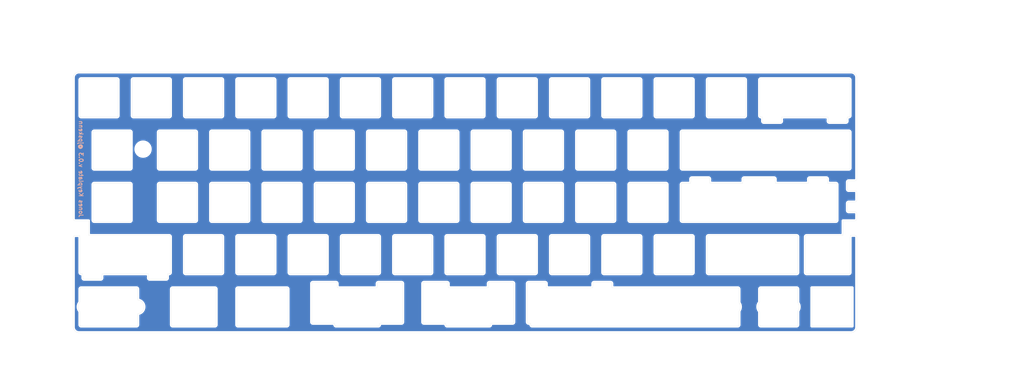
<source format=kicad_pcb>
(kicad_pcb (version 20171130) (host pcbnew "(5.1.6-0-10_14)")
  (layers (0 F.Cu signal) (31 B.Cu signal) (34 B.Paste user) (35 F.Paste user) (36 B.SilkS user) (37 F.SilkS user) (38 B.Mask user) (39 F.Mask user) (44 Edge.Cuts user))
  (net 0 "")
  (module MountingHole:MountingHole_5.3mm_M5 (layer F.Cu) (at 60.175 30.55)
    (fp_text reference REF** hide)
    (fp_text value MountingHole_5.3mm_M5)
    (pad 1 np_thru_hole circle (at 0 0) (size 5.3 5.3) (drill 5.3) (layers *.Cu *.Mask))
  )
  (gr_line (start 260.673537 18.346272) (end 260.673537 18.346272) (layer Edge.Cuts) (width 0.05))
  (gr_line (start 260.673537 5.346091) (end 260.673537 18.346272) (layer Edge.Cuts) (width 0.05))
  (gr_line (start 247.173471 4.846206) (end 260.173299 4.846206) (layer Edge.Cuts) (width 0.05))
  (gr_curve (pts (xy 260.173299 4.846206) (xy 260.447759 4.846206) (xy 260.673537 5.071983) (xy 260.673537 5.346091)) (layer Edge.Cuts) (width 0.05))
  (gr_line (start 246.673586 18.346272) (end 246.673586 5.346091) (layer Edge.Cuts) (width 0.05))
  (gr_curve (pts (xy 246.673586 5.346091) (xy 246.673586 5.071983) (xy 246.899363 4.846206) (xy 247.173471 4.846206)) (layer Edge.Cuts) (width 0.05))
  (gr_line (start 260.173299 18.846157) (end 247.173471 18.846157) (layer Edge.Cuts) (width 0.05))
  (gr_curve (pts (xy 247.173471 18.846157) (xy 246.899363 18.846157) (xy 246.673586 18.62038) (xy 246.673586 18.346272)) (layer Edge.Cuts) (width 0.05))
  (gr_line (start 56.673947 18.846157) (end 56.673947 18.846157) (layer Edge.Cuts) (width 0.05))
  (gr_line (start 69.673776 18.846157) (end 56.673947 18.846157) (layer Edge.Cuts) (width 0.05))
  (gr_curve (pts (xy 260.673537 18.346272) (xy 260.673537 18.62038) (xy 260.447759 18.846157) (xy 260.173299 18.846157)) (layer Edge.Cuts) (width 0.05))
  (gr_line (start 70.174013 5.346091) (end 70.174013 18.346272) (layer Edge.Cuts) (width 0.05))
  (gr_curve (pts (xy 70.174013 18.346272) (xy 70.174013 18.62038) (xy 69.948236 18.846157) (xy 69.673776 18.846157)) (layer Edge.Cuts) (width 0.05))
  (gr_line (start 56.673947 4.846206) (end 69.673776 4.846206) (layer Edge.Cuts) (width 0.05))
  (gr_curve (pts (xy 69.673776 4.846206) (xy 69.948236 4.846206) (xy 70.174013 5.071983) (xy 70.174013 5.346091)) (layer Edge.Cuts) (width 0.05))
  (gr_line (start 56.174062 18.346272) (end 56.174062 5.346091) (layer Edge.Cuts) (width 0.05))
  (gr_curve (pts (xy 56.174062 5.346091) (xy 56.174062 5.071983) (xy 56.399839 4.846206) (xy 56.673947 4.846206)) (layer Edge.Cuts) (width 0.05))
  (gr_line (start 89.223966 18.346272) (end 89.223966 18.346272) (layer Edge.Cuts) (width 0.05))
  (gr_line (start 89.223966 5.346091) (end 89.223966 18.346272) (layer Edge.Cuts) (width 0.05))
  (gr_curve (pts (xy 56.673947 18.846157) (xy 56.399839 18.846157) (xy 56.174062 18.62038) (xy 56.174062 18.346272)) (layer Edge.Cuts) (width 0.05))
  (gr_line (start 75.723899 4.846206) (end 88.723728 4.846206) (layer Edge.Cuts) (width 0.05))
  (gr_curve (pts (xy 88.723728 4.846206) (xy 88.998189 4.846206) (xy 89.223966 5.071983) (xy 89.223966 5.346091)) (layer Edge.Cuts) (width 0.05))
  (gr_line (start 75.224015 18.346272) (end 75.224015 5.346091) (layer Edge.Cuts) (width 0.05))
  (gr_curve (pts (xy 75.224015 5.346091) (xy 75.224015 5.071983) (xy 75.449792 4.846206) (xy 75.723899 4.846206)) (layer Edge.Cuts) (width 0.05))
  (gr_line (start 88.723728 18.846157) (end 75.723899 18.846157) (layer Edge.Cuts) (width 0.05))
  (gr_curve (pts (xy 75.723899 18.846157) (xy 75.449792 18.846157) (xy 75.224015 18.62038) (xy 75.224015 18.346272)) (layer Edge.Cuts) (width 0.05))
  (gr_line (start 279.723489 18.346272) (end 279.723489 18.346272) (layer Edge.Cuts) (width 0.05))
  (gr_line (start 279.723489 5.346091) (end 279.723489 18.346272) (layer Edge.Cuts) (width 0.05))
  (gr_curve (pts (xy 89.223966 18.346272) (xy 89.223966 18.62038) (xy 88.998189 18.846157) (xy 88.723728 18.846157)) (layer Edge.Cuts) (width 0.05))
  (gr_line (start 266.223422 4.846206) (end 279.223252 4.846206) (layer Edge.Cuts) (width 0.05))
  (gr_curve (pts (xy 279.223252 4.846206) (xy 279.497712 4.846206) (xy 279.723489 5.071983) (xy 279.723489 5.346091)) (layer Edge.Cuts) (width 0.05))
  (gr_line (start 265.723537 18.346272) (end 265.723537 5.346091) (layer Edge.Cuts) (width 0.05))
  (gr_curve (pts (xy 265.723537 5.346091) (xy 265.723537 5.071983) (xy 265.949316 4.846206) (xy 266.223422 4.846206)) (layer Edge.Cuts) (width 0.05))
  (gr_line (start 279.223252 18.846157) (end 266.223422 18.846157) (layer Edge.Cuts) (width 0.05))
  (gr_curve (pts (xy 266.223422 18.846157) (xy 265.949316 18.846157) (xy 265.723537 18.62038) (xy 265.723537 18.346272)) (layer Edge.Cuts) (width 0.05))
  (gr_line (start 127.32387 18.346272) (end 127.32387 18.346272) (layer Edge.Cuts) (width 0.05))
  (gr_line (start 127.32387 5.346091) (end 127.32387 18.346272) (layer Edge.Cuts) (width 0.05))
  (gr_curve (pts (xy 279.723489 18.346272) (xy 279.723489 18.62038) (xy 279.497712 18.846157) (xy 279.223252 18.846157)) (layer Edge.Cuts) (width 0.05))
  (gr_line (start 113.823804 4.846206) (end 126.823633 4.846206) (layer Edge.Cuts) (width 0.05))
  (gr_curve (pts (xy 126.823633 4.846206) (xy 127.098093 4.846206) (xy 127.32387 5.071983) (xy 127.32387 5.346091)) (layer Edge.Cuts) (width 0.05))
  (gr_line (start 113.323919 18.346272) (end 113.323919 5.346091) (layer Edge.Cuts) (width 0.05))
  (gr_curve (pts (xy 113.323919 5.346091) (xy 113.323919 5.071983) (xy 113.549697 4.846206) (xy 113.823804 4.846206)) (layer Edge.Cuts) (width 0.05))
  (gr_line (start 126.823633 18.846157) (end 113.823804 18.846157) (layer Edge.Cuts) (width 0.05))
  (gr_curve (pts (xy 113.823804 18.846157) (xy 113.549697 18.846157) (xy 113.323919 18.62038) (xy 113.323919 18.346272)) (layer Edge.Cuts) (width 0.05))
  (gr_line (start 241.623585 18.346272) (end 241.623585 18.346272) (layer Edge.Cuts) (width 0.05))
  (gr_line (start 241.623585 5.346091) (end 241.623585 18.346272) (layer Edge.Cuts) (width 0.05))
  (gr_curve (pts (xy 127.32387 18.346272) (xy 127.32387 18.62038) (xy 127.098093 18.846157) (xy 126.823633 18.846157)) (layer Edge.Cuts) (width 0.05))
  (gr_line (start 228.123518 4.846206) (end 241.123347 4.846206) (layer Edge.Cuts) (width 0.05))
  (gr_curve (pts (xy 241.123347 4.846206) (xy 241.397808 4.846206) (xy 241.623585 5.071983) (xy 241.623585 5.346091)) (layer Edge.Cuts) (width 0.05))
  (gr_line (start 227.623634 18.346272) (end 227.623634 5.346091) (layer Edge.Cuts) (width 0.05))
  (gr_curve (pts (xy 227.623634 5.346091) (xy 227.623634 5.071983) (xy 227.849411 4.846206) (xy 228.123518 4.846206)) (layer Edge.Cuts) (width 0.05))
  (gr_line (start 241.123347 18.846157) (end 228.123518 18.846157) (layer Edge.Cuts) (width 0.05))
  (gr_curve (pts (xy 228.123518 18.846157) (xy 227.849411 18.846157) (xy 227.623634 18.62038) (xy 227.623634 18.346272)) (layer Edge.Cuts) (width 0.05))
  (gr_line (start 222.573632 18.346272) (end 222.573632 18.346272) (layer Edge.Cuts) (width 0.05))
  (gr_line (start 222.573632 5.346091) (end 222.573632 18.346272) (layer Edge.Cuts) (width 0.05))
  (gr_curve (pts (xy 241.623585 18.346272) (xy 241.623585 18.62038) (xy 241.397808 18.846157) (xy 241.123347 18.846157)) (layer Edge.Cuts) (width 0.05))
  (gr_line (start 209.073566 4.846206) (end 222.073395 4.846206) (layer Edge.Cuts) (width 0.05))
  (gr_curve (pts (xy 222.073395 4.846206) (xy 222.347855 4.846206) (xy 222.573632 5.071983) (xy 222.573632 5.346091)) (layer Edge.Cuts) (width 0.05))
  (gr_line (start 208.573681 18.346272) (end 208.573681 5.346091) (layer Edge.Cuts) (width 0.05))
  (gr_curve (pts (xy 208.573681 5.346091) (xy 208.573681 5.071983) (xy 208.799458 4.846206) (xy 209.073566 4.846206)) (layer Edge.Cuts) (width 0.05))
  (gr_line (start 222.073395 18.846157) (end 209.073566 18.846157) (layer Edge.Cuts) (width 0.05))
  (gr_curve (pts (xy 209.073566 18.846157) (xy 208.799458 18.846157) (xy 208.573681 18.62038) (xy 208.573681 18.346272)) (layer Edge.Cuts) (width 0.05))
  (gr_line (start 108.273918 18.346272) (end 108.273918 18.346272) (layer Edge.Cuts) (width 0.05))
  (gr_line (start 108.273918 5.346091) (end 108.273918 18.346272) (layer Edge.Cuts) (width 0.05))
  (gr_curve (pts (xy 222.573632 18.346272) (xy 222.573632 18.62038) (xy 222.347855 18.846157) (xy 222.073395 18.846157)) (layer Edge.Cuts) (width 0.05))
  (gr_line (start 94.773852 4.846206) (end 107.77368 4.846206) (layer Edge.Cuts) (width 0.05))
  (gr_curve (pts (xy 107.77368 4.846206) (xy 108.048141 4.846206) (xy 108.273918 5.071983) (xy 108.273918 5.346091)) (layer Edge.Cuts) (width 0.05))
  (gr_line (start 94.273967 18.346272) (end 94.273967 5.346091) (layer Edge.Cuts) (width 0.05))
  (gr_curve (pts (xy 94.273967 5.346091) (xy 94.273967 5.071983) (xy 94.499744 4.846206) (xy 94.773852 4.846206)) (layer Edge.Cuts) (width 0.05))
  (gr_line (start 107.77368 18.846157) (end 94.773852 18.846157) (layer Edge.Cuts) (width 0.05))
  (gr_curve (pts (xy 94.773852 18.846157) (xy 94.499744 18.846157) (xy 94.273967 18.62038) (xy 94.273967 18.346272)) (layer Edge.Cuts) (width 0.05))
  (gr_line (start 51.124061 18.346272) (end 51.124061 18.346272) (layer Edge.Cuts) (width 0.05))
  (gr_line (start 51.124061 5.346091) (end 51.124061 18.346272) (layer Edge.Cuts) (width 0.05))
  (gr_curve (pts (xy 108.273918 18.346272) (xy 108.273918 18.62038) (xy 108.048141 18.846157) (xy 107.77368 18.846157)) (layer Edge.Cuts) (width 0.05))
  (gr_line (start 37.623995 4.846206) (end 50.623823 4.846206) (layer Edge.Cuts) (width 0.05))
  (gr_curve (pts (xy 50.623823 4.846206) (xy 50.898284 4.846206) (xy 51.124061 5.071983) (xy 51.124061 5.346091)) (layer Edge.Cuts) (width 0.05))
  (gr_line (start 37.12411 18.346272) (end 37.12411 5.346091) (layer Edge.Cuts) (width 0.05))
  (gr_curve (pts (xy 37.12411 5.346091) (xy 37.12411 5.071983) (xy 37.349887 4.846206) (xy 37.623995 4.846206)) (layer Edge.Cuts) (width 0.05))
  (gr_line (start 50.623823 18.846157) (end 37.623995 18.846157) (layer Edge.Cuts) (width 0.05))
  (gr_curve (pts (xy 37.623995 18.846157) (xy 37.349887 18.846157) (xy 37.12411 18.62038) (xy 37.12411 18.346272)) (layer Edge.Cuts) (width 0.05))
  (gr_line (start 146.373823 18.346272) (end 146.373823 18.346272) (layer Edge.Cuts) (width 0.05))
  (gr_line (start 146.373823 5.346091) (end 146.373823 18.346272) (layer Edge.Cuts) (width 0.05))
  (gr_curve (pts (xy 51.124061 18.346272) (xy 51.124061 18.62038) (xy 50.898284 18.846157) (xy 50.623823 18.846157)) (layer Edge.Cuts) (width 0.05))
  (gr_line (start 132.873757 4.846206) (end 145.873585 4.846206) (layer Edge.Cuts) (width 0.05))
  (gr_curve (pts (xy 145.873585 4.846206) (xy 146.148046 4.846206) (xy 146.373823 5.071983) (xy 146.373823 5.346091)) (layer Edge.Cuts) (width 0.05))
  (gr_line (start 132.373871 18.346272) (end 132.373871 5.346091) (layer Edge.Cuts) (width 0.05))
  (gr_curve (pts (xy 132.373871 5.346091) (xy 132.373871 5.071983) (xy 132.599649 4.846206) (xy 132.873757 4.846206)) (layer Edge.Cuts) (width 0.05))
  (gr_line (start 145.873585 18.846157) (end 132.873757 18.846157) (layer Edge.Cuts) (width 0.05))
  (gr_curve (pts (xy 132.873757 18.846157) (xy 132.599649 18.846157) (xy 132.373871 18.62038) (xy 132.373871 18.346272)) (layer Edge.Cuts) (width 0.05))
  (gr_line (start 165.423775 18.346272) (end 165.423775 18.346272) (layer Edge.Cuts) (width 0.05))
  (gr_line (start 165.423775 5.346091) (end 165.423775 18.346272) (layer Edge.Cuts) (width 0.05))
  (gr_curve (pts (xy 146.373823 18.346272) (xy 146.373823 18.62038) (xy 146.148046 18.846157) (xy 145.873585 18.846157)) (layer Edge.Cuts) (width 0.05))
  (gr_line (start 151.923709 4.846206) (end 164.923538 4.846206) (layer Edge.Cuts) (width 0.05))
  (gr_curve (pts (xy 164.923538 4.846206) (xy 165.197998 4.846206) (xy 165.423775 5.071983) (xy 165.423775 5.346091)) (layer Edge.Cuts) (width 0.05))
  (gr_line (start 151.423824 18.346272) (end 151.423824 5.346091) (layer Edge.Cuts) (width 0.05))
  (gr_curve (pts (xy 151.423824 5.346091) (xy 151.423824 5.071983) (xy 151.649601 4.846206) (xy 151.923709 4.846206)) (layer Edge.Cuts) (width 0.05))
  (gr_line (start 164.923538 18.846157) (end 151.923709 18.846157) (layer Edge.Cuts) (width 0.05))
  (gr_curve (pts (xy 151.923709 18.846157) (xy 151.649601 18.846157) (xy 151.423824 18.62038) (xy 151.423824 18.346272)) (layer Edge.Cuts) (width 0.05))
  (gr_line (start 184.473728 18.346272) (end 184.473728 18.346272) (layer Edge.Cuts) (width 0.05))
  (gr_line (start 184.473728 5.346091) (end 184.473728 18.346272) (layer Edge.Cuts) (width 0.05))
  (gr_curve (pts (xy 165.423775 18.346272) (xy 165.423775 18.62038) (xy 165.197998 18.846157) (xy 164.923538 18.846157)) (layer Edge.Cuts) (width 0.05))
  (gr_line (start 170.973661 4.846206) (end 183.97349 4.846206) (layer Edge.Cuts) (width 0.05))
  (gr_curve (pts (xy 183.97349 4.846206) (xy 184.24795 4.846206) (xy 184.473728 5.071983) (xy 184.473728 5.346091)) (layer Edge.Cuts) (width 0.05))
  (gr_line (start 170.473777 18.346272) (end 170.473777 5.346091) (layer Edge.Cuts) (width 0.05))
  (gr_curve (pts (xy 170.473777 5.346091) (xy 170.473777 5.071983) (xy 170.699554 4.846206) (xy 170.973661 4.846206)) (layer Edge.Cuts) (width 0.05))
  (gr_line (start 183.97349 18.846157) (end 170.973661 18.846157) (layer Edge.Cuts) (width 0.05))
  (gr_curve (pts (xy 170.973661 18.846157) (xy 170.699554 18.846157) (xy 170.473777 18.62038) (xy 170.473777 18.346272)) (layer Edge.Cuts) (width 0.05))
  (gr_line (start 203.52368 18.346272) (end 203.52368 18.346272) (layer Edge.Cuts) (width 0.05))
  (gr_line (start 203.52368 5.346091) (end 203.52368 18.346272) (layer Edge.Cuts) (width 0.05))
  (gr_curve (pts (xy 184.473728 18.346272) (xy 184.473728 18.62038) (xy 184.24795 18.846157) (xy 183.97349 18.846157)) (layer Edge.Cuts) (width 0.05))
  (gr_line (start 190.023614 4.846206) (end 203.023442 4.846206) (layer Edge.Cuts) (width 0.05))
  (gr_curve (pts (xy 203.023442 4.846206) (xy 203.297903 4.846206) (xy 203.52368 5.071983) (xy 203.52368 5.346091)) (layer Edge.Cuts) (width 0.05))
  (gr_line (start 189.523729 18.346272) (end 189.523729 5.346091) (layer Edge.Cuts) (width 0.05))
  (gr_curve (pts (xy 189.523729 5.346091) (xy 189.523729 5.071983) (xy 189.749506 4.846206) (xy 190.023614 4.846206)) (layer Edge.Cuts) (width 0.05))
  (gr_line (start 203.023442 18.846157) (end 190.023614 18.846157) (layer Edge.Cuts) (width 0.05))
  (gr_curve (pts (xy 190.023614 18.846157) (xy 189.749506 18.846157) (xy 189.523729 18.62038) (xy 189.523729 18.346272)) (layer Edge.Cuts) (width 0.05))
  (gr_line (start 292.860196 18.846157) (end 292.860196 18.846157) (layer Edge.Cuts) (width 0.05))
  (gr_line (start 309.736337 18.846157) (end 292.860196 18.846157) (layer Edge.Cuts) (width 0.05))
  (gr_line (start 309.736337 20.346165) (end 309.736337 18.846157) (layer Edge.Cuts) (width 0.05))
  (gr_curve (pts (xy 203.52368 18.346272) (xy 203.52368 18.62038) (xy 203.297903 18.846157) (xy 203.023442 18.846157)) (layer Edge.Cuts) (width 0.05))
  (gr_line (start 316.236251 20.846049) (end 310.236222 20.846049) (layer Edge.Cuts) (width 0.05))
  (gr_curve (pts (xy 310.236222 20.846049) (xy 309.962114 20.846049) (xy 309.736337 20.620625) (xy 309.736337 20.346165)) (layer Edge.Cuts) (width 0.05))
  (gr_line (start 316.736136 18.846157) (end 316.736136 20.346165) (layer Edge.Cuts) (width 0.05))
  (gr_line (start 317.323157 18.846157) (end 316.736136 18.846157) (layer Edge.Cuts) (width 0.05))
  (gr_curve (pts (xy 316.736136 20.346165) (xy 316.736136 20.620625) (xy 316.510711 20.846049) (xy 316.236251 20.846049)) (layer Edge.Cuts) (width 0.05))
  (gr_line (start 317.823394 5.346091) (end 317.823394 18.346272) (layer Edge.Cuts) (width 0.05))
  (gr_curve (pts (xy 317.823394 18.346272) (xy 317.823394 18.62038) (xy 317.597617 18.846157) (xy 317.323157 18.846157)) (layer Edge.Cuts) (width 0.05))
  (gr_line (start 285.273376 4.846206) (end 317.323157 4.846206) (layer Edge.Cuts) (width 0.05))
  (gr_curve (pts (xy 317.323157 4.846206) (xy 317.597617 4.846206) (xy 317.823394 5.071983) (xy 317.823394 5.346091)) (layer Edge.Cuts) (width 0.05))
  (gr_line (start 284.773491 18.346272) (end 284.773491 5.346091) (layer Edge.Cuts) (width 0.05))
  (gr_curve (pts (xy 284.773491 5.346091) (xy 284.773491 5.071983) (xy 284.999268 4.846206) (xy 285.273376 4.846206)) (layer Edge.Cuts) (width 0.05))
  (gr_line (start 285.860396 18.846157) (end 285.273376 18.846157) (layer Edge.Cuts) (width 0.05))
  (gr_line (start 285.860396 20.346165) (end 285.860396 18.846157) (layer Edge.Cuts) (width 0.05))
  (gr_curve (pts (xy 285.273376 18.846157) (xy 284.999268 18.846157) (xy 284.773491 18.62038) (xy 284.773491 18.346272)) (layer Edge.Cuts) (width 0.05))
  (gr_line (start 292.360311 20.846049) (end 286.360281 20.846049) (layer Edge.Cuts) (width 0.05))
  (gr_curve (pts (xy 286.360281 20.846049) (xy 286.086174 20.846049) (xy 285.860396 20.620625) (xy 285.860396 20.346165)) (layer Edge.Cuts) (width 0.05))
  (gr_line (start 292.860196 18.846157) (end 292.860196 20.346165) (layer Edge.Cuts) (width 0.05))
  (gr_curve (pts (xy 292.860196 20.346165) (xy 292.860196 20.620625) (xy 292.634771 20.846049) (xy 292.360311 20.846049)) (layer Edge.Cuts) (width 0.05))
  (gr_line (start 174.948751 37.396226) (end 174.948751 37.396226) (layer Edge.Cuts) (width 0.05))
  (gr_line (start 174.948751 24.396043) (end 174.948751 37.396226) (layer Edge.Cuts) (width 0.05))
  (gr_line (start 161.448685 23.896158) (end 174.448514 23.896158) (layer Edge.Cuts) (width 0.05))
  (gr_curve (pts (xy 174.448514 23.896158) (xy 174.722974 23.896158) (xy 174.948751 24.121936) (xy 174.948751 24.396043)) (layer Edge.Cuts) (width 0.05))
  (gr_line (start 160.9488 37.396226) (end 160.9488 24.396043) (layer Edge.Cuts) (width 0.05))
  (gr_curve (pts (xy 160.9488 24.396043) (xy 160.9488 24.121936) (xy 161.174578 23.896158) (xy 161.448685 23.896158)) (layer Edge.Cuts) (width 0.05))
  (gr_line (start 174.448514 37.89611) (end 161.448685 37.89611) (layer Edge.Cuts) (width 0.05))
  (gr_curve (pts (xy 161.448685 37.89611) (xy 161.174578 37.89611) (xy 160.9488 37.670332) (xy 160.9488 37.396226)) (layer Edge.Cuts) (width 0.05))
  (gr_line (start 117.798894 37.396226) (end 117.798894 37.396226) (layer Edge.Cuts) (width 0.05))
  (gr_line (start 117.798894 24.396043) (end 117.798894 37.396226) (layer Edge.Cuts) (width 0.05))
  (gr_curve (pts (xy 174.948751 37.396226) (xy 174.948751 37.670332) (xy 174.722974 37.89611) (xy 174.448514 37.89611)) (layer Edge.Cuts) (width 0.05))
  (gr_line (start 104.298828 23.896158) (end 117.298657 23.896158) (layer Edge.Cuts) (width 0.05))
  (gr_curve (pts (xy 117.298657 23.896158) (xy 117.573117 23.896158) (xy 117.798894 24.121936) (xy 117.798894 24.396043)) (layer Edge.Cuts) (width 0.05))
  (gr_line (start 103.798943 37.396226) (end 103.798943 24.396043) (layer Edge.Cuts) (width 0.05))
  (gr_curve (pts (xy 103.798943 24.396043) (xy 103.798943 24.121936) (xy 104.02472 23.896158) (xy 104.298828 23.896158)) (layer Edge.Cuts) (width 0.05))
  (gr_line (start 117.298657 37.89611) (end 104.298828 37.89611) (layer Edge.Cuts) (width 0.05))
  (gr_curve (pts (xy 104.298828 37.89611) (xy 104.02472 37.89611) (xy 103.798943 37.670332) (xy 103.798943 37.396226)) (layer Edge.Cuts) (width 0.05))
  (gr_line (start 136.848847 37.396226) (end 136.848847 37.396226) (layer Edge.Cuts) (width 0.05))
  (gr_line (start 136.848847 24.396043) (end 136.848847 37.396226) (layer Edge.Cuts) (width 0.05))
  (gr_curve (pts (xy 117.798894 37.396226) (xy 117.798894 37.670332) (xy 117.573117 37.89611) (xy 117.298657 37.89611)) (layer Edge.Cuts) (width 0.05))
  (gr_line (start 123.34878 23.896158) (end 136.348609 23.896158) (layer Edge.Cuts) (width 0.05))
  (gr_curve (pts (xy 136.348609 23.896158) (xy 136.623069 23.896158) (xy 136.848847 24.121936) (xy 136.848847 24.396043)) (layer Edge.Cuts) (width 0.05))
  (gr_line (start 122.848896 37.396226) (end 122.848896 24.396043) (layer Edge.Cuts) (width 0.05))
  (gr_curve (pts (xy 122.848896 24.396043) (xy 122.848896 24.121936) (xy 123.074673 23.896158) (xy 123.34878 23.896158)) (layer Edge.Cuts) (width 0.05))
  (gr_line (start 136.348609 37.89611) (end 123.34878 37.89611) (layer Edge.Cuts) (width 0.05))
  (gr_curve (pts (xy 123.34878 37.89611) (xy 123.074673 37.89611) (xy 122.848896 37.670332) (xy 122.848896 37.396226)) (layer Edge.Cuts) (width 0.05))
  (gr_line (start 317.323157 23.896158) (end 317.323157 23.896158) (layer Edge.Cuts) (width 0.05))
  (gr_line (start 256.698447 23.896158) (end 317.323157 23.896158) (layer Edge.Cuts) (width 0.05))
  (gr_curve (pts (xy 136.848847 37.396226) (xy 136.848847 37.670332) (xy 136.623069 37.89611) (xy 136.348609 37.89611)) (layer Edge.Cuts) (width 0.05))
  (gr_line (start 256.198562 37.396226) (end 256.198562 24.396043) (layer Edge.Cuts) (width 0.05))
  (gr_curve (pts (xy 256.198562 24.396043) (xy 256.198562 24.121936) (xy 256.424339 23.896158) (xy 256.698447 23.896158)) (layer Edge.Cuts) (width 0.05))
  (gr_line (start 317.323157 37.89611) (end 256.698447 37.89611) (layer Edge.Cuts) (width 0.05))
  (gr_curve (pts (xy 256.698447 37.89611) (xy 256.424339 37.89611) (xy 256.198562 37.670332) (xy 256.198562 37.396226)) (layer Edge.Cuts) (width 0.05))
  (gr_line (start 317.823394 24.396043) (end 317.823394 37.396226) (layer Edge.Cuts) (width 0.05))
  (gr_curve (pts (xy 317.823394 37.396226) (xy 317.823394 37.670332) (xy 317.597617 37.89611) (xy 317.323157 37.89611)) (layer Edge.Cuts) (width 0.05))
  (gr_line (start 213.048656 37.396226) (end 213.048656 37.396226) (layer Edge.Cuts) (width 0.05))
  (gr_line (start 213.048656 24.396043) (end 213.048656 37.396226) (layer Edge.Cuts) (width 0.05))
  (gr_curve (pts (xy 317.323157 23.896158) (xy 317.597617 23.896158) (xy 317.823394 24.121936) (xy 317.823394 24.396043)) (layer Edge.Cuts) (width 0.05))
  (gr_line (start 199.54859 23.896158) (end 212.548419 23.896158) (layer Edge.Cuts) (width 0.05))
  (gr_curve (pts (xy 212.548419 23.896158) (xy 212.822879 23.896158) (xy 213.048656 24.121936) (xy 213.048656 24.396043)) (layer Edge.Cuts) (width 0.05))
  (gr_line (start 199.048705 37.396226) (end 199.048705 24.396043) (layer Edge.Cuts) (width 0.05))
  (gr_curve (pts (xy 199.048705 24.396043) (xy 199.048705 24.121936) (xy 199.274482 23.896158) (xy 199.54859 23.896158)) (layer Edge.Cuts) (width 0.05))
  (gr_line (start 212.548419 37.89611) (end 199.54859 37.89611) (layer Edge.Cuts) (width 0.05))
  (gr_curve (pts (xy 199.54859 37.89611) (xy 199.274482 37.89611) (xy 199.048705 37.670332) (xy 199.048705 37.396226)) (layer Edge.Cuts) (width 0.05))
  (gr_line (start 55.386311 23.896158) (end 55.386311 23.896158) (layer Edge.Cuts) (width 0.05))
  (gr_line (start 42.386483 23.896158) (end 55.386311 23.896158) (layer Edge.Cuts) (width 0.05))
  (gr_curve (pts (xy 213.048656 37.396226) (xy 213.048656 37.670332) (xy 212.822879 37.89611) (xy 212.548419 37.89611)) (layer Edge.Cuts) (width 0.05))
  (gr_line (start 41.886598 37.396226) (end 41.886598 24.396043) (layer Edge.Cuts) (width 0.05))
  (gr_curve (pts (xy 41.886598 24.396043) (xy 41.886598 24.121936) (xy 42.112375 23.896158) (xy 42.386483 23.896158)) (layer Edge.Cuts) (width 0.05))
  (gr_line (start 55.386311 37.89611) (end 42.386483 37.89611) (layer Edge.Cuts) (width 0.05))
  (gr_curve (pts (xy 42.386483 37.89611) (xy 42.112375 37.89611) (xy 41.886598 37.670332) (xy 41.886598 37.396226)) (layer Edge.Cuts) (width 0.05))
  (gr_line (start 55.886549 24.396043) (end 55.886549 37.396226) (layer Edge.Cuts) (width 0.05))
  (gr_curve (pts (xy 55.886549 37.396226) (xy 55.886549 37.670332) (xy 55.660772 37.89611) (xy 55.386311 37.89611)) (layer Edge.Cuts) (width 0.05))
  (gr_line (start 98.748942 37.396226) (end 98.748942 37.396226) (layer Edge.Cuts) (width 0.05))
  (gr_line (start 98.748942 24.396043) (end 98.748942 37.396226) (layer Edge.Cuts) (width 0.05))
  (gr_curve (pts (xy 55.386311 23.896158) (xy 55.660772 23.896158) (xy 55.886549 24.121936) (xy 55.886549 24.396043)) (layer Edge.Cuts) (width 0.05))
  (gr_line (start 85.248876 23.896158) (end 98.248704 23.896158) (layer Edge.Cuts) (width 0.05))
  (gr_curve (pts (xy 98.248704 23.896158) (xy 98.523165 23.896158) (xy 98.748942 24.121936) (xy 98.748942 24.396043)) (layer Edge.Cuts) (width 0.05))
  (gr_line (start 84.748991 37.396226) (end 84.748991 24.396043) (layer Edge.Cuts) (width 0.05))
  (gr_curve (pts (xy 84.748991 24.396043) (xy 84.748991 24.121936) (xy 84.974768 23.896158) (xy 85.248876 23.896158)) (layer Edge.Cuts) (width 0.05))
  (gr_line (start 98.248704 37.89611) (end 85.248876 37.89611) (layer Edge.Cuts) (width 0.05))
  (gr_curve (pts (xy 85.248876 37.89611) (xy 84.974768 37.89611) (xy 84.748991 37.670332) (xy 84.748991 37.396226)) (layer Edge.Cuts) (width 0.05))
  (gr_line (start 66.198923 37.89611) (end 66.198923 37.89611) (layer Edge.Cuts) (width 0.05))
  (gr_line (start 79.198752 37.89611) (end 66.198923 37.89611) (layer Edge.Cuts) (width 0.05))
  (gr_curve (pts (xy 98.748942 37.396226) (xy 98.748942 37.670332) (xy 98.523165 37.89611) (xy 98.248704 37.89611)) (layer Edge.Cuts) (width 0.05))
  (gr_line (start 79.69899 24.396043) (end 79.69899 37.396226) (layer Edge.Cuts) (width 0.05))
  (gr_curve (pts (xy 79.69899 37.396226) (xy 79.69899 37.670332) (xy 79.473212 37.89611) (xy 79.198752 37.89611)) (layer Edge.Cuts) (width 0.05))
  (gr_line (start 66.198923 23.896158) (end 79.198752 23.896158) (layer Edge.Cuts) (width 0.05))
  (gr_curve (pts (xy 79.198752 23.896158) (xy 79.473212 23.896158) (xy 79.69899 24.121936) (xy 79.69899 24.396043)) (layer Edge.Cuts) (width 0.05))
  (gr_line (start 65.699038 37.396226) (end 65.699038 24.396043) (layer Edge.Cuts) (width 0.05))
  (gr_curve (pts (xy 65.699038 24.396043) (xy 65.699038 24.121936) (xy 65.924816 23.896158) (xy 66.198923 23.896158)) (layer Edge.Cuts) (width 0.05))
  (gr_line (start 155.898799 37.396226) (end 155.898799 37.396226) (layer Edge.Cuts) (width 0.05))
  (gr_line (start 155.898799 24.396043) (end 155.898799 37.396226) (layer Edge.Cuts) (width 0.05))
  (gr_curve (pts (xy 66.198923 37.89611) (xy 65.924816 37.89611) (xy 65.699038 37.670332) (xy 65.699038 37.396226)) (layer Edge.Cuts) (width 0.05))
  (gr_line (start 142.398733 23.896158) (end 155.398561 23.896158) (layer Edge.Cuts) (width 0.05))
  (gr_curve (pts (xy 155.398561 23.896158) (xy 155.673022 23.896158) (xy 155.898799 24.121936) (xy 155.898799 24.396043)) (layer Edge.Cuts) (width 0.05))
  (gr_line (start 141.898848 37.396226) (end 141.898848 24.396043) (layer Edge.Cuts) (width 0.05))
  (gr_curve (pts (xy 141.898848 24.396043) (xy 141.898848 24.121936) (xy 142.124625 23.896158) (xy 142.398733 23.896158)) (layer Edge.Cuts) (width 0.05))
  (gr_line (start 155.398561 37.89611) (end 142.398733 37.89611) (layer Edge.Cuts) (width 0.05))
  (gr_curve (pts (xy 142.398733 37.89611) (xy 142.124625 37.89611) (xy 141.898848 37.670332) (xy 141.898848 37.396226)) (layer Edge.Cuts) (width 0.05))
  (gr_line (start 193.998704 37.396226) (end 193.998704 37.396226) (layer Edge.Cuts) (width 0.05))
  (gr_line (start 193.998704 24.396043) (end 193.998704 37.396226) (layer Edge.Cuts) (width 0.05))
  (gr_curve (pts (xy 155.898799 37.396226) (xy 155.898799 37.670332) (xy 155.673022 37.89611) (xy 155.398561 37.89611)) (layer Edge.Cuts) (width 0.05))
  (gr_line (start 180.498638 23.896158) (end 193.498466 23.896158) (layer Edge.Cuts) (width 0.05))
  (gr_curve (pts (xy 193.498466 23.896158) (xy 193.772927 23.896158) (xy 193.998704 24.121936) (xy 193.998704 24.396043)) (layer Edge.Cuts) (width 0.05))
  (gr_line (start 179.998753 37.396226) (end 179.998753 24.396043) (layer Edge.Cuts) (width 0.05))
  (gr_curve (pts (xy 179.998753 24.396043) (xy 179.998753 24.121936) (xy 180.22453 23.896158) (xy 180.498638 23.896158)) (layer Edge.Cuts) (width 0.05))
  (gr_line (start 193.498466 37.89611) (end 180.498638 37.89611) (layer Edge.Cuts) (width 0.05))
  (gr_curve (pts (xy 180.498638 37.89611) (xy 180.22453 37.89611) (xy 179.998753 37.670332) (xy 179.998753 37.396226)) (layer Edge.Cuts) (width 0.05))
  (gr_line (start 232.098609 37.396226) (end 232.098609 37.396226) (layer Edge.Cuts) (width 0.05))
  (gr_line (start 232.098609 24.396043) (end 232.098609 37.396226) (layer Edge.Cuts) (width 0.05))
  (gr_curve (pts (xy 193.998704 37.396226) (xy 193.998704 37.670332) (xy 193.772927 37.89611) (xy 193.498466 37.89611)) (layer Edge.Cuts) (width 0.05))
  (gr_line (start 218.598542 23.896158) (end 231.598371 23.896158) (layer Edge.Cuts) (width 0.05))
  (gr_curve (pts (xy 231.598371 23.896158) (xy 231.872831 23.896158) (xy 232.098609 24.121936) (xy 232.098609 24.396043)) (layer Edge.Cuts) (width 0.05))
  (gr_line (start 218.098657 37.396226) (end 218.098657 24.396043) (layer Edge.Cuts) (width 0.05))
  (gr_curve (pts (xy 218.098657 24.396043) (xy 218.098657 24.121936) (xy 218.324435 23.896158) (xy 218.598542 23.896158)) (layer Edge.Cuts) (width 0.05))
  (gr_line (start 231.598371 37.89611) (end 218.598542 37.89611) (layer Edge.Cuts) (width 0.05))
  (gr_curve (pts (xy 218.598542 37.89611) (xy 218.324435 37.89611) (xy 218.098657 37.670332) (xy 218.098657 37.396226)) (layer Edge.Cuts) (width 0.05))
  (gr_line (start 251.148561 37.396226) (end 251.148561 37.396226) (layer Edge.Cuts) (width 0.05))
  (gr_line (start 251.148561 24.396043) (end 251.148561 37.396226) (layer Edge.Cuts) (width 0.05))
  (gr_curve (pts (xy 232.098609 37.396226) (xy 232.098609 37.670332) (xy 231.872831 37.89611) (xy 231.598371 37.89611)) (layer Edge.Cuts) (width 0.05))
  (gr_line (start 237.648495 23.896158) (end 250.648323 23.896158) (layer Edge.Cuts) (width 0.05))
  (gr_curve (pts (xy 250.648323 23.896158) (xy 250.922784 23.896158) (xy 251.148561 24.121936) (xy 251.148561 24.396043)) (layer Edge.Cuts) (width 0.05))
  (gr_line (start 237.14861 37.396226) (end 237.14861 24.396043) (layer Edge.Cuts) (width 0.05))
  (gr_curve (pts (xy 237.14861 24.396043) (xy 237.14861 24.121936) (xy 237.374387 23.896158) (xy 237.648495 23.896158)) (layer Edge.Cuts) (width 0.05))
  (gr_line (start 250.648323 37.89611) (end 237.648495 37.89611) (layer Edge.Cuts) (width 0.05))
  (gr_curve (pts (xy 237.648495 37.89611) (xy 237.374387 37.89611) (xy 237.14861 37.670332) (xy 237.14861 37.396226)) (layer Edge.Cuts) (width 0.05))
  (gr_line (start 256.414814 56.856457) (end 256.414814 56.856457) (layer Edge.Cuts) (width 0.05))
  (gr_line (start 256.419753 56.860337) (end 256.414814 56.856457) (layer Edge.Cuts) (width 0.05))
  (gr_curve (pts (xy 251.148561 37.396226) (xy 251.148561 37.670332) (xy 250.922784 37.89611) (xy 250.648323 37.89611)) (layer Edge.Cuts) (width 0.05))
  (gr_line (start 256.414814 56.856457) (end 256.409876 56.853282) (layer Edge.Cuts) (width 0.05))
  (gr_curve (pts (xy 256.409876 56.853282) (xy 256.413051 56.855751) (xy 256.416226 56.857868) (xy 256.419753 56.860337)) (layer Edge.Cuts) (width 0.05))
  (gr_line (start 98.748942 56.446177) (end 98.748942 56.446177) (layer Edge.Cuts) (width 0.05))
  (gr_line (start 98.748942 43.445996) (end 98.748942 56.446177) (layer Edge.Cuts) (width 0.05))
  (gr_line (start 85.248876 42.946111) (end 98.248704 42.946111) (layer Edge.Cuts) (width 0.05))
  (gr_curve (pts (xy 98.248704 42.946111) (xy 98.523165 42.946111) (xy 98.748942 43.171888) (xy 98.748942 43.445996)) (layer Edge.Cuts) (width 0.05))
  (gr_line (start 84.748991 56.446177) (end 84.748991 43.445996) (layer Edge.Cuts) (width 0.05))
  (gr_curve (pts (xy 84.748991 43.445996) (xy 84.748991 43.171888) (xy 84.974768 42.946111) (xy 85.248876 42.946111)) (layer Edge.Cuts) (width 0.05))
  (gr_line (start 98.248704 56.946062) (end 85.248876 56.946062) (layer Edge.Cuts) (width 0.05))
  (gr_curve (pts (xy 85.248876 56.946062) (xy 84.974768 56.946062) (xy 84.748991 56.720285) (xy 84.748991 56.446177)) (layer Edge.Cuts) (width 0.05))
  (gr_line (start 256.414814 56.856457) (end 256.414814 56.856457) (layer Edge.Cuts) (width 0.05))
  (gr_line (start 256.358723 56.811654) (end 256.414814 56.856457) (layer Edge.Cuts) (width 0.05))
  (gr_curve (pts (xy 98.748942 56.446177) (xy 98.748942 56.720285) (xy 98.523165 56.946062) (xy 98.248704 56.946062)) (layer Edge.Cuts) (width 0.05))
  (gr_line (start 256.198562 43.445996) (end 256.198562 56.446177) (layer Edge.Cuts) (width 0.05))
  (gr_line (start 256.206323 43.358154) (end 256.198562 43.445996) (layer Edge.Cuts) (width 0.05))
  (gr_line (start 256.233487 43.26361) (end 256.206323 43.358154) (layer Edge.Cuts) (width 0.05))
  (gr_line (start 256.243012 43.241032) (end 256.233487 43.26361) (layer Edge.Cuts) (width 0.05))
  (gr_curve (pts (xy 256.198562 56.446177) (xy 256.198562 56.589757) (xy 256.260298 56.720285) (xy 256.358723 56.811654)) (layer Edge.Cuts) (width 0.05))
  (gr_line (start 256.372128 43.068524) (end 256.305806 43.138374) (layer Edge.Cuts) (width 0.05))
  (gr_line (start 256.450445 43.012786) (end 256.372128 43.068524) (layer Edge.Cuts) (width 0.05))
  (gr_line (start 256.475492 42.999027) (end 256.450445 43.012786) (layer Edge.Cuts) (width 0.05))
  (gr_curve (pts (xy 256.305806 43.138374) (xy 256.280759 43.169771) (xy 256.259593 43.204343) (xy 256.243012 43.241032)) (layer Edge.Cuts) (width 0.05))
  (gr_line (start 256.698447 42.946111) (end 256.610606 42.953872) (layer Edge.Cuts) (width 0.05))
  (gr_line (start 259.666711 42.946111) (end 256.698447 42.946111) (layer Edge.Cuts) (width 0.05))
  (gr_line (start 259.666711 41.446103) (end 259.666711 42.946111) (layer Edge.Cuts) (width 0.05))
  (gr_curve (pts (xy 256.610606 42.953872) (xy 256.562981 42.962691) (xy 256.517473 42.977861) (xy 256.475492 42.999027)) (layer Edge.Cuts) (width 0.05))
  (gr_line (start 266.166626 40.946219) (end 260.166596 40.946219) (layer Edge.Cuts) (width 0.05))
  (gr_curve (pts (xy 260.166596 40.946219) (xy 259.892489 40.946219) (xy 259.666711 41.171996) (xy 259.666711 41.446103)) (layer Edge.Cuts) (width 0.05))
  (gr_line (start 266.666511 42.946111) (end 266.666511 41.446103) (layer Edge.Cuts) (width 0.05))
  (gr_line (start 278.716664 42.946111) (end 266.666511 42.946111) (layer Edge.Cuts) (width 0.05))
  (gr_line (start 278.716664 41.446103) (end 278.716664 42.946111) (layer Edge.Cuts) (width 0.05))
  (gr_curve (pts (xy 266.666511 41.446103) (xy 266.666511 41.171996) (xy 266.441087 40.946219) (xy 266.166626 40.946219)) (layer Edge.Cuts) (width 0.05))
  (gr_line (start 290.042566 40.946219) (end 279.216549 40.946219) (layer Edge.Cuts) (width 0.05))
  (gr_curve (pts (xy 279.216549 40.946219) (xy 278.942441 40.946219) (xy 278.716664 41.171996) (xy 278.716664 41.446103)) (layer Edge.Cuts) (width 0.05))
  (gr_line (start 290.542451 42.946111) (end 290.542451 41.446103) (layer Edge.Cuts) (width 0.05))
  (gr_line (start 302.592605 42.946111) (end 290.542451 42.946111) (layer Edge.Cuts) (width 0.05))
  (gr_line (start 302.592605 41.446103) (end 302.592605 42.946111) (layer Edge.Cuts) (width 0.05))
  (gr_curve (pts (xy 290.542451 41.446103) (xy 290.542451 41.171996) (xy 290.317027 40.946219) (xy 290.042566 40.946219)) (layer Edge.Cuts) (width 0.05))
  (gr_line (start 309.092519 40.946219) (end 303.092489 40.946219) (layer Edge.Cuts) (width 0.05))
  (gr_curve (pts (xy 303.092489 40.946219) (xy 302.818382 40.946219) (xy 302.592605 41.171996) (xy 302.592605 41.446103)) (layer Edge.Cuts) (width 0.05))
  (gr_line (start 309.592404 42.946111) (end 309.592404 41.446103) (layer Edge.Cuts) (width 0.05))
  (gr_line (start 312.560669 42.946111) (end 309.592404 42.946111) (layer Edge.Cuts) (width 0.05))
  (gr_curve (pts (xy 309.592404 41.446103) (xy 309.592404 41.171996) (xy 309.366979 40.946219) (xy 309.092519 40.946219)) (layer Edge.Cuts) (width 0.05))
  (gr_line (start 313.060906 56.446177) (end 313.060906 43.445996) (layer Edge.Cuts) (width 0.05))
  (gr_curve (pts (xy 313.060906 43.445996) (xy 313.060906 43.171888) (xy 312.835129 42.946111) (xy 312.560669 42.946111)) (layer Edge.Cuts) (width 0.05))
  (gr_line (start 312.560669 56.946062) (end 312.573721 56.946062) (layer Edge.Cuts) (width 0.05))
  (gr_line (start 256.698447 56.946062) (end 312.560669 56.946062) (layer Edge.Cuts) (width 0.05))
  (gr_line (start 256.673047 56.945356) (end 256.698447 56.946062) (layer Edge.Cuts) (width 0.05))
  (gr_curve (pts (xy 312.573721 56.946062) (xy 312.842184 56.939006) (xy 313.060906 56.716051) (xy 313.060906 56.446177)) (layer Edge.Cuts) (width 0.05))
  (gr_line (start 256.477256 56.893851) (end 256.550634 56.923484) (layer Edge.Cuts) (width 0.05))
  (gr_line (start 256.414814 56.856457) (end 256.477256 56.893851) (layer Edge.Cuts) (width 0.05))
  (gr_curve (pts (xy 256.550634 56.923484) (xy 256.589439 56.935831) (xy 256.630361 56.94324) (xy 256.673047 56.945356)) (layer Edge.Cuts) (width 0.05))
  (gr_line (start 251.148561 56.446177) (end 251.148561 56.446177) (layer Edge.Cuts) (width 0.05))
  (gr_line (start 251.148561 43.445996) (end 251.148561 56.446177) (layer Edge.Cuts) (width 0.05))
  (gr_line (start 237.648495 42.946111) (end 250.648323 42.946111) (layer Edge.Cuts) (width 0.05))
  (gr_curve (pts (xy 250.648323 42.946111) (xy 250.922784 42.946111) (xy 251.148561 43.171888) (xy 251.148561 43.445996)) (layer Edge.Cuts) (width 0.05))
  (gr_line (start 237.14861 56.446177) (end 237.14861 43.445996) (layer Edge.Cuts) (width 0.05))
  (gr_curve (pts (xy 237.14861 43.445996) (xy 237.14861 43.171888) (xy 237.374387 42.946111) (xy 237.648495 42.946111)) (layer Edge.Cuts) (width 0.05))
  (gr_line (start 250.648323 56.946062) (end 237.648495 56.946062) (layer Edge.Cuts) (width 0.05))
  (gr_curve (pts (xy 237.648495 56.946062) (xy 237.374387 56.946062) (xy 237.14861 56.720285) (xy 237.14861 56.446177)) (layer Edge.Cuts) (width 0.05))
  (gr_line (start 232.098609 56.446177) (end 232.098609 56.446177) (layer Edge.Cuts) (width 0.05))
  (gr_line (start 232.098609 43.445996) (end 232.098609 56.446177) (layer Edge.Cuts) (width 0.05))
  (gr_curve (pts (xy 251.148561 56.446177) (xy 251.148561 56.720285) (xy 250.922784 56.946062) (xy 250.648323 56.946062)) (layer Edge.Cuts) (width 0.05))
  (gr_line (start 218.598542 42.946111) (end 231.598371 42.946111) (layer Edge.Cuts) (width 0.05))
  (gr_curve (pts (xy 231.598371 42.946111) (xy 231.872831 42.946111) (xy 232.098609 43.171888) (xy 232.098609 43.445996)) (layer Edge.Cuts) (width 0.05))
  (gr_line (start 218.098657 56.446177) (end 218.098657 43.445996) (layer Edge.Cuts) (width 0.05))
  (gr_curve (pts (xy 218.098657 43.445996) (xy 218.098657 43.171888) (xy 218.324435 42.946111) (xy 218.598542 42.946111)) (layer Edge.Cuts) (width 0.05))
  (gr_line (start 231.598371 56.946062) (end 218.598542 56.946062) (layer Edge.Cuts) (width 0.05))
  (gr_curve (pts (xy 218.598542 56.946062) (xy 218.324435 56.946062) (xy 218.098657 56.720285) (xy 218.098657 56.446177)) (layer Edge.Cuts) (width 0.05))
  (gr_line (start 155.898799 56.446177) (end 155.898799 56.446177) (layer Edge.Cuts) (width 0.05))
  (gr_line (start 155.898799 43.445996) (end 155.898799 56.446177) (layer Edge.Cuts) (width 0.05))
  (gr_curve (pts (xy 232.098609 56.446177) (xy 232.098609 56.720285) (xy 231.872831 56.946062) (xy 231.598371 56.946062)) (layer Edge.Cuts) (width 0.05))
  (gr_line (start 142.398733 42.946111) (end 155.398561 42.946111) (layer Edge.Cuts) (width 0.05))
  (gr_curve (pts (xy 155.398561 42.946111) (xy 155.673022 42.946111) (xy 155.898799 43.171888) (xy 155.898799 43.445996)) (layer Edge.Cuts) (width 0.05))
  (gr_line (start 141.898848 56.446177) (end 141.898848 43.445996) (layer Edge.Cuts) (width 0.05))
  (gr_curve (pts (xy 141.898848 43.445996) (xy 141.898848 43.171888) (xy 142.124625 42.946111) (xy 142.398733 42.946111)) (layer Edge.Cuts) (width 0.05))
  (gr_line (start 155.398561 56.946062) (end 142.398733 56.946062) (layer Edge.Cuts) (width 0.05))
  (gr_curve (pts (xy 142.398733 56.946062) (xy 142.124625 56.946062) (xy 141.898848 56.720285) (xy 141.898848 56.446177)) (layer Edge.Cuts) (width 0.05))
  (gr_line (start 66.198923 56.946062) (end 66.198923 56.946062) (layer Edge.Cuts) (width 0.05))
  (gr_line (start 79.198752 56.946062) (end 66.198923 56.946062) (layer Edge.Cuts) (width 0.05))
  (gr_curve (pts (xy 155.898799 56.446177) (xy 155.898799 56.720285) (xy 155.673022 56.946062) (xy 155.398561 56.946062)) (layer Edge.Cuts) (width 0.05))
  (gr_line (start 79.69899 43.445996) (end 79.69899 56.446177) (layer Edge.Cuts) (width 0.05))
  (gr_curve (pts (xy 79.69899 56.446177) (xy 79.69899 56.720285) (xy 79.473212 56.946062) (xy 79.198752 56.946062)) (layer Edge.Cuts) (width 0.05))
  (gr_line (start 66.198923 42.946111) (end 79.198752 42.946111) (layer Edge.Cuts) (width 0.05))
  (gr_curve (pts (xy 79.198752 42.946111) (xy 79.473212 42.946111) (xy 79.69899 43.171888) (xy 79.69899 43.445996)) (layer Edge.Cuts) (width 0.05))
  (gr_line (start 65.699038 56.446177) (end 65.699038 43.445996) (layer Edge.Cuts) (width 0.05))
  (gr_curve (pts (xy 65.699038 43.445996) (xy 65.699038 43.171888) (xy 65.924816 42.946111) (xy 66.198923 42.946111)) (layer Edge.Cuts) (width 0.05))
  (gr_line (start 136.848847 56.446177) (end 136.848847 56.446177) (layer Edge.Cuts) (width 0.05))
  (gr_line (start 136.848847 43.445996) (end 136.848847 56.446177) (layer Edge.Cuts) (width 0.05))
  (gr_curve (pts (xy 66.198923 56.946062) (xy 65.924816 56.946062) (xy 65.699038 56.720285) (xy 65.699038 56.446177)) (layer Edge.Cuts) (width 0.05))
  (gr_line (start 123.34878 42.946111) (end 136.348609 42.946111) (layer Edge.Cuts) (width 0.05))
  (gr_curve (pts (xy 136.348609 42.946111) (xy 136.623069 42.946111) (xy 136.848847 43.171888) (xy 136.848847 43.445996)) (layer Edge.Cuts) (width 0.05))
  (gr_line (start 122.848896 56.446177) (end 122.848896 43.445996) (layer Edge.Cuts) (width 0.05))
  (gr_curve (pts (xy 122.848896 43.445996) (xy 122.848896 43.171888) (xy 123.074673 42.946111) (xy 123.34878 42.946111)) (layer Edge.Cuts) (width 0.05))
  (gr_line (start 136.348609 56.946062) (end 123.34878 56.946062) (layer Edge.Cuts) (width 0.05))
  (gr_curve (pts (xy 123.34878 56.946062) (xy 123.074673 56.946062) (xy 122.848896 56.720285) (xy 122.848896 56.446177)) (layer Edge.Cuts) (width 0.05))
  (gr_line (start 117.798894 56.446177) (end 117.798894 56.446177) (layer Edge.Cuts) (width 0.05))
  (gr_line (start 117.798894 43.445996) (end 117.798894 56.446177) (layer Edge.Cuts) (width 0.05))
  (gr_curve (pts (xy 136.848847 56.446177) (xy 136.848847 56.720285) (xy 136.623069 56.946062) (xy 136.348609 56.946062)) (layer Edge.Cuts) (width 0.05))
  (gr_line (start 104.298828 42.946111) (end 117.298657 42.946111) (layer Edge.Cuts) (width 0.05))
  (gr_curve (pts (xy 117.298657 42.946111) (xy 117.573117 42.946111) (xy 117.798894 43.171888) (xy 117.798894 43.445996)) (layer Edge.Cuts) (width 0.05))
  (gr_line (start 103.798943 56.446177) (end 103.798943 43.445996) (layer Edge.Cuts) (width 0.05))
  (gr_curve (pts (xy 103.798943 43.445996) (xy 103.798943 43.171888) (xy 104.02472 42.946111) (xy 104.298828 42.946111)) (layer Edge.Cuts) (width 0.05))
  (gr_line (start 117.298657 56.946062) (end 104.298828 56.946062) (layer Edge.Cuts) (width 0.05))
  (gr_curve (pts (xy 104.298828 56.946062) (xy 104.02472 56.946062) (xy 103.798943 56.720285) (xy 103.798943 56.446177)) (layer Edge.Cuts) (width 0.05))
  (gr_line (start 174.948751 56.446177) (end 174.948751 56.446177) (layer Edge.Cuts) (width 0.05))
  (gr_line (start 174.948751 43.445996) (end 174.948751 56.446177) (layer Edge.Cuts) (width 0.05))
  (gr_curve (pts (xy 117.798894 56.446177) (xy 117.798894 56.720285) (xy 117.573117 56.946062) (xy 117.298657 56.946062)) (layer Edge.Cuts) (width 0.05))
  (gr_line (start 161.448685 42.946111) (end 174.448514 42.946111) (layer Edge.Cuts) (width 0.05))
  (gr_curve (pts (xy 174.448514 42.946111) (xy 174.722974 42.946111) (xy 174.948751 43.171888) (xy 174.948751 43.445996)) (layer Edge.Cuts) (width 0.05))
  (gr_line (start 160.9488 56.446177) (end 160.9488 43.445996) (layer Edge.Cuts) (width 0.05))
  (gr_curve (pts (xy 160.9488 43.445996) (xy 160.9488 43.171888) (xy 161.174578 42.946111) (xy 161.448685 42.946111)) (layer Edge.Cuts) (width 0.05))
  (gr_line (start 174.448514 56.946062) (end 161.448685 56.946062) (layer Edge.Cuts) (width 0.05))
  (gr_curve (pts (xy 161.448685 56.946062) (xy 161.174578 56.946062) (xy 160.9488 56.720285) (xy 160.9488 56.446177)) (layer Edge.Cuts) (width 0.05))
  (gr_line (start 55.386311 42.946111) (end 55.386311 42.946111) (layer Edge.Cuts) (width 0.05))
  (gr_line (start 42.386483 42.946111) (end 55.386311 42.946111) (layer Edge.Cuts) (width 0.05))
  (gr_curve (pts (xy 174.948751 56.446177) (xy 174.948751 56.720285) (xy 174.722974 56.946062) (xy 174.448514 56.946062)) (layer Edge.Cuts) (width 0.05))
  (gr_line (start 41.886598 56.446177) (end 41.886598 43.445996) (layer Edge.Cuts) (width 0.05))
  (gr_curve (pts (xy 41.886598 43.445996) (xy 41.886598 43.171888) (xy 42.112375 42.946111) (xy 42.386483 42.946111)) (layer Edge.Cuts) (width 0.05))
  (gr_line (start 55.386311 56.946062) (end 42.386483 56.946062) (layer Edge.Cuts) (width 0.05))
  (gr_curve (pts (xy 42.386483 56.946062) (xy 42.112375 56.946062) (xy 41.886598 56.720285) (xy 41.886598 56.446177)) (layer Edge.Cuts) (width 0.05))
  (gr_line (start 55.886549 43.445996) (end 55.886549 56.446177) (layer Edge.Cuts) (width 0.05))
  (gr_curve (pts (xy 55.886549 56.446177) (xy 55.886549 56.720285) (xy 55.660772 56.946062) (xy 55.386311 56.946062)) (layer Edge.Cuts) (width 0.05))
  (gr_line (start 193.998704 56.446177) (end 193.998704 56.446177) (layer Edge.Cuts) (width 0.05))
  (gr_line (start 193.998704 43.445996) (end 193.998704 56.446177) (layer Edge.Cuts) (width 0.05))
  (gr_curve (pts (xy 55.386311 42.946111) (xy 55.660772 42.946111) (xy 55.886549 43.171888) (xy 55.886549 43.445996)) (layer Edge.Cuts) (width 0.05))
  (gr_line (start 180.498638 42.946111) (end 193.498466 42.946111) (layer Edge.Cuts) (width 0.05))
  (gr_curve (pts (xy 193.498466 42.946111) (xy 193.772927 42.946111) (xy 193.998704 43.171888) (xy 193.998704 43.445996)) (layer Edge.Cuts) (width 0.05))
  (gr_line (start 179.998753 56.446177) (end 179.998753 43.445996) (layer Edge.Cuts) (width 0.05))
  (gr_curve (pts (xy 179.998753 43.445996) (xy 179.998753 43.171888) (xy 180.22453 42.946111) (xy 180.498638 42.946111)) (layer Edge.Cuts) (width 0.05))
  (gr_line (start 193.498466 56.946062) (end 180.498638 56.946062) (layer Edge.Cuts) (width 0.05))
  (gr_curve (pts (xy 180.498638 56.946062) (xy 180.22453 56.946062) (xy 179.998753 56.720285) (xy 179.998753 56.446177)) (layer Edge.Cuts) (width 0.05))
  (gr_line (start 213.048656 56.446177) (end 213.048656 56.446177) (layer Edge.Cuts) (width 0.05))
  (gr_line (start 213.048656 43.445996) (end 213.048656 56.446177) (layer Edge.Cuts) (width 0.05))
  (gr_curve (pts (xy 193.998704 56.446177) (xy 193.998704 56.720285) (xy 193.772927 56.946062) (xy 193.498466 56.946062)) (layer Edge.Cuts) (width 0.05))
  (gr_line (start 199.54859 42.946111) (end 212.548419 42.946111) (layer Edge.Cuts) (width 0.05))
  (gr_curve (pts (xy 212.548419 42.946111) (xy 212.822879 42.946111) (xy 213.048656 43.171888) (xy 213.048656 43.445996)) (layer Edge.Cuts) (width 0.05))
  (gr_line (start 199.048705 56.446177) (end 199.048705 43.445996) (layer Edge.Cuts) (width 0.05))
  (gr_curve (pts (xy 199.048705 43.445996) (xy 199.048705 43.171888) (xy 199.274482 42.946111) (xy 199.54859 42.946111)) (layer Edge.Cuts) (width 0.05))
  (gr_line (start 212.548419 56.946062) (end 199.54859 56.946062) (layer Edge.Cuts) (width 0.05))
  (gr_curve (pts (xy 199.54859 56.946062) (xy 199.274482 56.946062) (xy 199.048705 56.720285) (xy 199.048705 56.446177)) (layer Edge.Cuts) (width 0.05))
  (gr_line (start 246.673586 62.495948) (end 246.673586 62.495948) (layer Edge.Cuts) (width 0.05))
  (gr_line (start 246.673586 75.496129) (end 246.673586 62.495948) (layer Edge.Cuts) (width 0.05))
  (gr_curve (pts (xy 213.048656 56.446177) (xy 213.048656 56.720285) (xy 212.822879 56.946062) (xy 212.548419 56.946062)) (layer Edge.Cuts) (width 0.05))
  (gr_line (start 260.173299 75.996014) (end 247.173471 75.996014) (layer Edge.Cuts) (width 0.05))
  (gr_curve (pts (xy 247.173471 75.996014) (xy 246.897247 75.996014) (xy 246.673586 75.772354) (xy 246.673586 75.496129)) (layer Edge.Cuts) (width 0.05))
  (gr_line (start 260.673537 62.495948) (end 260.673537 75.496129) (layer Edge.Cuts) (width 0.05))
  (gr_curve (pts (xy 260.673537 75.496129) (xy 260.673537 75.772354) (xy 260.449524 75.996014) (xy 260.173299 75.996014)) (layer Edge.Cuts) (width 0.05))
  (gr_line (start 247.173471 61.996063) (end 260.173299 61.996063) (layer Edge.Cuts) (width 0.05))
  (gr_curve (pts (xy 260.173299 61.996063) (xy 260.449524 61.996063) (xy 260.673537 62.220077) (xy 260.673537 62.495948)) (layer Edge.Cuts) (width 0.05))
  (gr_line (start 108.273918 75.496129) (end 108.273918 75.496129) (layer Edge.Cuts) (width 0.05))
  (gr_line (start 108.273918 62.495948) (end 108.273918 75.496129) (layer Edge.Cuts) (width 0.05))
  (gr_curve (pts (xy 246.673586 62.495948) (xy 246.673586 62.220077) (xy 246.897247 61.996063) (xy 247.173471 61.996063)) (layer Edge.Cuts) (width 0.05))
  (gr_line (start 94.773852 61.996063) (end 107.77368 61.996063) (layer Edge.Cuts) (width 0.05))
  (gr_curve (pts (xy 107.77368 61.996063) (xy 108.048141 61.996063) (xy 108.273918 62.22184) (xy 108.273918 62.495948)) (layer Edge.Cuts) (width 0.05))
  (gr_line (start 94.273967 75.496129) (end 94.273967 62.495948) (layer Edge.Cuts) (width 0.05))
  (gr_curve (pts (xy 94.273967 62.495948) (xy 94.273967 62.22184) (xy 94.499744 61.996063) (xy 94.773852 61.996063)) (layer Edge.Cuts) (width 0.05))
  (gr_line (start 107.77368 75.996014) (end 94.773852 75.996014) (layer Edge.Cuts) (width 0.05))
  (gr_curve (pts (xy 94.773852 75.996014) (xy 94.499744 75.996014) (xy 94.273967 75.770237) (xy 94.273967 75.496129)) (layer Edge.Cuts) (width 0.05))
  (gr_line (start 89.223966 75.496129) (end 89.223966 75.496129) (layer Edge.Cuts) (width 0.05))
  (gr_line (start 89.223966 62.495948) (end 89.223966 75.496129) (layer Edge.Cuts) (width 0.05))
  (gr_curve (pts (xy 108.273918 75.496129) (xy 108.273918 75.770237) (xy 108.048141 75.996014) (xy 107.77368 75.996014)) (layer Edge.Cuts) (width 0.05))
  (gr_line (start 75.723899 61.996063) (end 88.723728 61.996063) (layer Edge.Cuts) (width 0.05))
  (gr_curve (pts (xy 88.723728 61.996063) (xy 88.998189 61.996063) (xy 89.223966 62.22184) (xy 89.223966 62.495948)) (layer Edge.Cuts) (width 0.05))
  (gr_line (start 75.224015 75.496129) (end 75.224015 62.495948) (layer Edge.Cuts) (width 0.05))
  (gr_curve (pts (xy 75.224015 62.495948) (xy 75.224015 62.22184) (xy 75.449792 61.996063) (xy 75.723899 61.996063)) (layer Edge.Cuts) (width 0.05))
  (gr_line (start 88.723728 75.996014) (end 75.723899 75.996014) (layer Edge.Cuts) (width 0.05))
  (gr_curve (pts (xy 75.723899 75.996014) (xy 75.449792 75.996014) (xy 75.224015 75.770237) (xy 75.224015 75.496129)) (layer Edge.Cuts) (width 0.05))
  (gr_line (start 222.573632 75.496129) (end 222.573632 75.496129) (layer Edge.Cuts) (width 0.05))
  (gr_line (start 222.573632 62.495948) (end 222.573632 75.496129) (layer Edge.Cuts) (width 0.05))
  (gr_curve (pts (xy 89.223966 75.496129) (xy 89.223966 75.770237) (xy 88.998189 75.996014) (xy 88.723728 75.996014)) (layer Edge.Cuts) (width 0.05))
  (gr_line (start 209.073566 61.996063) (end 222.073395 61.996063) (layer Edge.Cuts) (width 0.05))
  (gr_curve (pts (xy 222.073395 61.996063) (xy 222.347855 61.996063) (xy 222.573632 62.22184) (xy 222.573632 62.495948)) (layer Edge.Cuts) (width 0.05))
  (gr_line (start 208.573681 75.496129) (end 208.573681 62.495948) (layer Edge.Cuts) (width 0.05))
  (gr_curve (pts (xy 208.573681 62.495948) (xy 208.573681 62.22184) (xy 208.799458 61.996063) (xy 209.073566 61.996063)) (layer Edge.Cuts) (width 0.05))
  (gr_line (start 222.073395 75.996014) (end 209.073566 75.996014) (layer Edge.Cuts) (width 0.05))
  (gr_curve (pts (xy 209.073566 75.996014) (xy 208.799458 75.996014) (xy 208.573681 75.770237) (xy 208.573681 75.496129)) (layer Edge.Cuts) (width 0.05))
  (gr_line (start 127.32387 75.496129) (end 127.32387 75.496129) (layer Edge.Cuts) (width 0.05))
  (gr_line (start 127.32387 62.495948) (end 127.32387 75.496129) (layer Edge.Cuts) (width 0.05))
  (gr_curve (pts (xy 222.573632 75.496129) (xy 222.573632 75.770237) (xy 222.347855 75.996014) (xy 222.073395 75.996014)) (layer Edge.Cuts) (width 0.05))
  (gr_line (start 113.823804 61.996063) (end 126.823633 61.996063) (layer Edge.Cuts) (width 0.05))
  (gr_curve (pts (xy 126.823633 61.996063) (xy 127.098093 61.996063) (xy 127.32387 62.22184) (xy 127.32387 62.495948)) (layer Edge.Cuts) (width 0.05))
  (gr_line (start 113.323919 75.496129) (end 113.323919 62.495948) (layer Edge.Cuts) (width 0.05))
  (gr_curve (pts (xy 113.323919 62.495948) (xy 113.323919 62.22184) (xy 113.549697 61.996063) (xy 113.823804 61.996063)) (layer Edge.Cuts) (width 0.05))
  (gr_line (start 126.823633 75.996014) (end 113.823804 75.996014) (layer Edge.Cuts) (width 0.05))
  (gr_curve (pts (xy 113.823804 75.996014) (xy 113.549697 75.996014) (xy 113.323919 75.770237) (xy 113.323919 75.496129)) (layer Edge.Cuts) (width 0.05))
  (gr_line (start 266.223422 75.996014) (end 266.223422 75.996014) (layer Edge.Cuts) (width 0.05))
  (gr_line (start 298.273204 75.996014) (end 266.223422 75.996014) (layer Edge.Cuts) (width 0.05))
  (gr_curve (pts (xy 127.32387 75.496129) (xy 127.32387 75.770237) (xy 127.098093 75.996014) (xy 126.823633 75.996014)) (layer Edge.Cuts) (width 0.05))
  (gr_line (start 298.773442 62.495948) (end 298.773442 75.496129) (layer Edge.Cuts) (width 0.05))
  (gr_curve (pts (xy 298.773442 75.496129) (xy 298.773442 75.770237) (xy 298.547665 75.996014) (xy 298.273204 75.996014)) (layer Edge.Cuts) (width 0.05))
  (gr_line (start 266.223422 61.996063) (end 298.273204 61.996063) (layer Edge.Cuts) (width 0.05))
  (gr_curve (pts (xy 298.273204 61.996063) (xy 298.547665 61.996063) (xy 298.773442 62.22184) (xy 298.773442 62.495948)) (layer Edge.Cuts) (width 0.05))
  (gr_line (start 265.723537 75.496129) (end 265.723537 62.495948) (layer Edge.Cuts) (width 0.05))
  (gr_curve (pts (xy 265.723537 62.495948) (xy 265.723537 62.22184) (xy 265.949316 61.996063) (xy 266.223422 61.996063)) (layer Edge.Cuts) (width 0.05))
  (gr_line (start 146.373823 75.496129) (end 146.373823 75.496129) (layer Edge.Cuts) (width 0.05))
  (gr_line (start 146.373823 62.495948) (end 146.373823 75.496129) (layer Edge.Cuts) (width 0.05))
  (gr_curve (pts (xy 266.223422 75.996014) (xy 265.949316 75.996014) (xy 265.723537 75.770237) (xy 265.723537 75.496129)) (layer Edge.Cuts) (width 0.05))
  (gr_line (start 132.873757 61.996063) (end 145.873585 61.996063) (layer Edge.Cuts) (width 0.05))
  (gr_curve (pts (xy 145.873585 61.996063) (xy 146.148046 61.996063) (xy 146.373823 62.22184) (xy 146.373823 62.495948)) (layer Edge.Cuts) (width 0.05))
  (gr_line (start 132.373871 75.496129) (end 132.373871 62.495948) (layer Edge.Cuts) (width 0.05))
  (gr_curve (pts (xy 132.373871 62.495948) (xy 132.373871 62.22184) (xy 132.599649 61.996063) (xy 132.873757 61.996063)) (layer Edge.Cuts) (width 0.05))
  (gr_line (start 145.873585 75.996014) (end 132.873757 75.996014) (layer Edge.Cuts) (width 0.05))
  (gr_curve (pts (xy 132.873757 75.996014) (xy 132.599649 75.996014) (xy 132.373871 75.770237) (xy 132.373871 75.496129)) (layer Edge.Cuts) (width 0.05))
  (gr_line (start 165.423775 75.496129) (end 165.423775 75.496129) (layer Edge.Cuts) (width 0.05))
  (gr_line (start 165.423775 62.495948) (end 165.423775 75.496129) (layer Edge.Cuts) (width 0.05))
  (gr_curve (pts (xy 146.373823 75.496129) (xy 146.373823 75.770237) (xy 146.148046 75.996014) (xy 145.873585 75.996014)) (layer Edge.Cuts) (width 0.05))
  (gr_line (start 151.923709 61.996063) (end 164.923538 61.996063) (layer Edge.Cuts) (width 0.05))
  (gr_curve (pts (xy 164.923538 61.996063) (xy 165.197998 61.996063) (xy 165.423775 62.22184) (xy 165.423775 62.495948)) (layer Edge.Cuts) (width 0.05))
  (gr_line (start 151.423824 75.496129) (end 151.423824 62.495948) (layer Edge.Cuts) (width 0.05))
  (gr_curve (pts (xy 151.423824 62.495948) (xy 151.423824 62.22184) (xy 151.649601 61.996063) (xy 151.923709 61.996063)) (layer Edge.Cuts) (width 0.05))
  (gr_line (start 164.923538 75.996014) (end 151.923709 75.996014) (layer Edge.Cuts) (width 0.05))
  (gr_curve (pts (xy 151.923709 75.996014) (xy 151.649601 75.996014) (xy 151.423824 75.770237) (xy 151.423824 75.496129)) (layer Edge.Cuts) (width 0.05))
  (gr_line (start 184.473728 75.496129) (end 184.473728 75.496129) (layer Edge.Cuts) (width 0.05))
  (gr_line (start 184.473728 62.495948) (end 184.473728 75.496129) (layer Edge.Cuts) (width 0.05))
  (gr_curve (pts (xy 165.423775 75.496129) (xy 165.423775 75.770237) (xy 165.197998 75.996014) (xy 164.923538 75.996014)) (layer Edge.Cuts) (width 0.05))
  (gr_line (start 170.973661 61.996063) (end 183.97349 61.996063) (layer Edge.Cuts) (width 0.05))
  (gr_curve (pts (xy 183.97349 61.996063) (xy 184.24795 61.996063) (xy 184.473728 62.22184) (xy 184.473728 62.495948)) (layer Edge.Cuts) (width 0.05))
  (gr_line (start 170.473777 75.496129) (end 170.473777 62.495948) (layer Edge.Cuts) (width 0.05))
  (gr_curve (pts (xy 170.473777 62.495948) (xy 170.473777 62.22184) (xy 170.699554 61.996063) (xy 170.973661 61.996063)) (layer Edge.Cuts) (width 0.05))
  (gr_line (start 183.97349 75.996014) (end 170.973661 75.996014) (layer Edge.Cuts) (width 0.05))
  (gr_curve (pts (xy 170.973661 75.996014) (xy 170.699554 75.996014) (xy 170.473777 75.770237) (xy 170.473777 75.496129)) (layer Edge.Cuts) (width 0.05))
  (gr_line (start 203.52368 75.496129) (end 203.52368 75.496129) (layer Edge.Cuts) (width 0.05))
  (gr_line (start 203.52368 62.495948) (end 203.52368 75.496129) (layer Edge.Cuts) (width 0.05))
  (gr_curve (pts (xy 184.473728 75.496129) (xy 184.473728 75.770237) (xy 184.24795 75.996014) (xy 183.97349 75.996014)) (layer Edge.Cuts) (width 0.05))
  (gr_line (start 190.023614 61.996063) (end 203.023442 61.996063) (layer Edge.Cuts) (width 0.05))
  (gr_curve (pts (xy 203.023442 61.996063) (xy 203.297903 61.996063) (xy 203.52368 62.22184) (xy 203.52368 62.495948)) (layer Edge.Cuts) (width 0.05))
  (gr_line (start 189.523729 75.496129) (end 189.523729 62.495948) (layer Edge.Cuts) (width 0.05))
  (gr_curve (pts (xy 189.523729 62.495948) (xy 189.523729 62.22184) (xy 189.749506 61.996063) (xy 190.023614 61.996063)) (layer Edge.Cuts) (width 0.05))
  (gr_line (start 203.023442 75.996014) (end 190.023614 75.996014) (layer Edge.Cuts) (width 0.05))
  (gr_curve (pts (xy 190.023614 75.996014) (xy 189.749506 75.996014) (xy 189.523729 75.770237) (xy 189.523729 75.496129)) (layer Edge.Cuts) (width 0.05))
  (gr_line (start 241.623585 75.496129) (end 241.623585 75.496129) (layer Edge.Cuts) (width 0.05))
  (gr_line (start 241.623585 62.495948) (end 241.623585 75.496129) (layer Edge.Cuts) (width 0.05))
  (gr_curve (pts (xy 203.52368 75.496129) (xy 203.52368 75.770237) (xy 203.297903 75.996014) (xy 203.023442 75.996014)) (layer Edge.Cuts) (width 0.05))
  (gr_line (start 228.123518 61.996063) (end 241.123347 61.996063) (layer Edge.Cuts) (width 0.05))
  (gr_curve (pts (xy 241.123347 61.996063) (xy 241.397808 61.996063) (xy 241.623585 62.22184) (xy 241.623585 62.495948)) (layer Edge.Cuts) (width 0.05))
  (gr_line (start 227.623634 75.496129) (end 227.623634 62.495948) (layer Edge.Cuts) (width 0.05))
  (gr_curve (pts (xy 227.623634 62.495948) (xy 227.623634 62.22184) (xy 227.849411 61.996063) (xy 228.123518 61.996063)) (layer Edge.Cuts) (width 0.05))
  (gr_line (start 241.123347 75.996014) (end 228.123518 75.996014) (layer Edge.Cuts) (width 0.05))
  (gr_curve (pts (xy 228.123518 75.996014) (xy 227.849411 75.996014) (xy 227.623634 75.770237) (xy 227.623634 75.496129)) (layer Edge.Cuts) (width 0.05))
  (gr_line (start 303.817799 95.037147) (end 303.817799 95.037147) (layer Edge.Cuts) (width 0.05))
  (gr_line (start 318.559992 95.037147) (end 303.817799 95.037147) (layer Edge.Cuts) (width 0.05))
  (gr_line (start 318.559992 81.037196) (end 318.559992 95.037147) (layer Edge.Cuts) (width 0.05))
  (gr_line (start 303.817799 81.037196) (end 318.559992 81.037196) (layer Edge.Cuts) (width 0.05))
  (gr_line (start 303.817799 95.037147) (end 303.817799 81.037196) (layer Edge.Cuts) (width 0.05))
  (gr_curve (pts (xy 241.623585 75.496129) (xy 241.623585 75.770237) (xy 241.397808 75.996014) (xy 241.123347 75.996014)) (layer Edge.Cuts) (width 0.05))
  (gr_line (start 224.011551 81.046016) (end 222.073395 81.046016) (layer Edge.Cuts) (width 0.05))
  (gr_line (start 224.011551 79.546008) (end 224.011551 81.046016) (layer Edge.Cuts) (width 0.05))
  (gr_line (start 230.511465 79.046123) (end 224.511436 79.046123) (layer Edge.Cuts) (width 0.05))
  (gr_curve (pts (xy 224.511436 79.046123) (xy 224.237328 79.046123) (xy 224.011551 79.271901) (xy 224.011551 79.546008)) (layer Edge.Cuts) (width 0.05))
  (gr_line (start 231.01135 81.046016) (end 231.01135 79.546008) (layer Edge.Cuts) (width 0.05))
  (gr_line (start 276.842008 81.046016) (end 231.01135 81.046016) (layer Edge.Cuts) (width 0.05))
  (gr_curve (pts (xy 231.01135 79.546008) (xy 231.01135 79.271901) (xy 230.785926 79.046123) (xy 230.511465 79.046123)) (layer Edge.Cuts) (width 0.05))
  (gr_line (start 277.342245 86.497477) (end 277.342245 81.5459) (layer Edge.Cuts) (width 0.05))
  (gr_curve (pts (xy 277.342245 81.5459) (xy 277.342245 81.271793) (xy 277.116468 81.046016) (xy 276.842008 81.046016)) (layer Edge.Cuts) (width 0.05))
  (gr_line (start 277.342245 94.546082) (end 277.342245 89.520422) (layer Edge.Cuts) (width 0.05))
  (gr_curve (pts (xy 277.851303 88.009126) (xy 277.851303 87.441155) (xy 277.661509 86.917634) (xy 277.342245 86.497477)) (layer Edge.Cuts) (width 0.05))
  (gr_curve (pts (xy 277.342245 89.520422) (xy 277.661509 89.100618) (xy 277.851303 88.576744) (xy 277.851303 88.009126)) (layer Edge.Cuts) (width 0.05))
  (gr_line (start 225.742274 95.045967) (end 276.842008 95.045967) (layer Edge.Cuts) (width 0.05))
  (gr_curve (pts (xy 276.842008 95.045967) (xy 277.116468 95.045967) (xy 277.342245 94.820189) (xy 277.342245 94.546082)) (layer Edge.Cuts) (width 0.05))
  (gr_line (start 145.930382 79.046123) (end 145.930382 79.046123) (layer Edge.Cuts) (width 0.05))
  (gr_line (start 154.311656 79.046123) (end 145.930382 79.046123) (layer Edge.Cuts) (width 0.05))
  (gr_line (start 154.811541 93.545959) (end 154.811541 79.546008) (layer Edge.Cuts) (width 0.05))
  (gr_curve (pts (xy 154.811541 79.546008) (xy 154.811541 79.271901) (xy 154.586116 79.046123) (xy 154.311656 79.046123)) (layer Edge.Cuts) (width 0.05))
  (gr_line (start 146.373823 94.045844) (end 154.311656 94.045844) (layer Edge.Cuts) (width 0.05))
  (gr_line (start 146.373823 94.546082) (end 146.373823 94.045844) (layer Edge.Cuts) (width 0.05))
  (gr_curve (pts (xy 154.311656 94.045844) (xy 154.586116 94.045844) (xy 154.811541 93.82042) (xy 154.811541 93.545959)) (layer Edge.Cuts) (width 0.05))
  (gr_line (start 130.492512 95.045967) (end 145.873585 95.045967) (layer Edge.Cuts) (width 0.05))
  (gr_line (start 130.467113 95.045261) (end 130.492512 95.045967) (layer Edge.Cuts) (width 0.05))
  (gr_line (start 130.38033 95.033267) (end 130.467113 95.045261) (layer Edge.Cuts) (width 0.05))
  (gr_line (start 130.287549 95.001517) (end 130.38033 95.033267) (layer Edge.Cuts) (width 0.05))
  (gr_line (start 130.230399 94.970825) (end 130.287549 95.001517) (layer Edge.Cuts) (width 0.05))
  (gr_line (start 130.166194 94.923553) (end 130.230399 94.970825) (layer Edge.Cuts) (width 0.05))
  (gr_line (start 130.120333 94.878398) (end 130.166194 94.923553) (layer Edge.Cuts) (width 0.05))
  (gr_curve (pts (xy 145.873585 95.045967) (xy 146.148046 95.045967) (xy 146.373823 94.820189) (xy 146.373823 94.546082)) (layer Edge.Cuts) (width 0.05))
  (gr_line (start 130.03108 94.737287) (end 130.062125 94.799023) (layer Edge.Cuts) (width 0.05))
  (gr_line (start 130.012383 94.68049) (end 130.03108 94.737287) (layer Edge.Cuts) (width 0.05))
  (gr_line (start 129.996508 94.609229) (end 130.012383 94.68049) (layer Edge.Cuts) (width 0.05))
  (gr_line (start 129.992628 94.546082) (end 129.996508 94.609229) (layer Edge.Cuts) (width 0.05))
  (gr_line (start 129.992628 94.045844) (end 129.992628 94.546082) (layer Edge.Cuts) (width 0.05))
  (gr_line (start 122.054442 94.045844) (end 129.992628 94.045844) (layer Edge.Cuts) (width 0.05))
  (gr_line (start 121.971187 94.038436) (end 122.054442 94.045844) (layer Edge.Cuts) (width 0.05))
  (gr_line (start 121.862531 94.007039) (end 121.971187 94.038436) (layer Edge.Cuts) (width 0.05))
  (gr_curve (pts (xy 130.062125 94.799023) (xy 130.079058 94.827245) (xy 130.098461 94.854056) (xy 130.120333 94.878398)) (layer Edge.Cuts) (width 0.05))
  (gr_line (start 121.685085 93.88145) (end 121.718951 93.915317) (layer Edge.Cuts) (width 0.05))
  (gr_curve (pts (xy 121.718951 93.915317) (xy 121.760932 93.953769) (xy 121.809615 93.984814) (xy 121.862531 94.007039)) (layer Edge.Cuts) (width 0.05))
  (gr_line (start 121.58419 93.714587) (end 121.615235 93.783378) (layer Edge.Cuts) (width 0.05))
  (gr_line (start 121.560202 93.621806) (end 121.58419 93.714587) (layer Edge.Cuts) (width 0.05))
  (gr_line (start 121.554557 93.545959) (end 121.560202 93.621806) (layer Edge.Cuts) (width 0.05))
  (gr_line (start 121.554557 79.546008) (end 121.554557 93.545959) (layer Edge.Cuts) (width 0.05))
  (gr_line (start 121.562318 79.458167) (end 121.554557 79.546008) (layer Edge.Cuts) (width 0.05))
  (gr_line (start 121.572902 79.41795) (end 121.562318 79.458167) (layer Edge.Cuts) (width 0.05))
  (gr_line (start 121.599007 79.341045) (end 121.572902 79.41795) (layer Edge.Cuts) (width 0.05))
  (gr_line (start 121.642046 79.264845) (end 121.599007 79.341045) (layer Edge.Cuts) (width 0.05))
  (gr_curve (pts (xy 121.615235 93.783378) (xy 121.634637 93.819009) (xy 121.658274 93.851817) (xy 121.685085 93.88145)) (layer Edge.Cuts) (width 0.05))
  (gr_line (start 121.91439 79.066232) (end 121.827606 79.101157) (layer Edge.Cuts) (width 0.05))
  (gr_line (start 121.978948 79.051768) (end 121.91439 79.066232) (layer Edge.Cuts) (width 0.05))
  (gr_line (start 122.054442 79.046123) (end 121.978948 79.051768) (layer Edge.Cuts) (width 0.05))
  (gr_line (start 130.435715 79.046123) (end 122.054442 79.046123) (layer Edge.Cuts) (width 0.05))
  (gr_curve (pts (xy 121.679087 79.217573) (xy 121.665682 79.23239) (xy 121.653335 79.248264) (xy 121.642046 79.264845)) (layer Edge.Cuts) (width 0.05))
  (gr_curve (pts (xy 121.827606 79.101157) (xy 121.771162 79.130084) (xy 121.720715 79.169948) (xy 121.679087 79.217573)) (layer Edge.Cuts) (width 0.05))
  (gr_line (start 130.9356 81.046016) (end 130.9356 79.546008) (layer Edge.Cuts) (width 0.05))
  (gr_line (start 145.430497 81.046016) (end 130.9356 81.046016) (layer Edge.Cuts) (width 0.05))
  (gr_curve (pts (xy 130.9356 79.546008) (xy 130.9356 79.271901) (xy 130.710176 79.046123) (xy 130.435715 79.046123)) (layer Edge.Cuts) (width 0.05))
  (gr_line (start 207.13541 81.046016) (end 222.073395 81.046016) (layer Edge.Cuts) (width 0.05))
  (gr_line (start 207.13541 79.546008) (end 207.13541 81.046016) (layer Edge.Cuts) (width 0.05))
  (gr_curve (pts (xy 145.430497 79.546008) (xy 145.430497 80.138321) (xy 145.430497 81.046016) (xy 145.430497 81.046016)) (layer Edge.Cuts) (width 0.05))
  (gr_curve (pts (xy 145.5769 79.192526) (xy 145.483061 79.286364) (xy 145.430497 79.413364) (xy 145.430497 79.546008)) (layer Edge.Cuts) (width 0.05))
  (gr_curve (pts (xy 145.930382 79.046123) (xy 145.797738 79.046123) (xy 145.670739 79.098687) (xy 145.5769 79.192526)) (layer Edge.Cuts) (width 0.05))
  (gr_line (start 200.635496 79.046123) (end 206.635525 79.046123) (layer Edge.Cuts) (width 0.05))
  (gr_curve (pts (xy 206.635525 79.046123) (xy 206.909985 79.046123) (xy 207.13541 79.271901) (xy 207.13541 79.546008)) (layer Edge.Cuts) (width 0.05))
  (gr_line (start 200.135611 93.545959) (end 200.135611 79.546008) (layer Edge.Cuts) (width 0.05))
  (gr_curve (pts (xy 200.135611 79.546008) (xy 200.135611 79.271901) (xy 200.361388 79.046123) (xy 200.635496 79.046123)) (layer Edge.Cuts) (width 0.05))
  (gr_line (start 201.429949 94.045844) (end 200.635496 94.045844) (layer Edge.Cuts) (width 0.05))
  (gr_line (start 201.429949 94.546082) (end 201.429949 94.045844) (layer Edge.Cuts) (width 0.05))
  (gr_curve (pts (xy 200.635496 94.045844) (xy 200.361388 94.045844) (xy 200.135611 93.82042) (xy 200.135611 93.545959)) (layer Edge.Cuts) (width 0.05))
  (gr_line (start 225.742274 95.045967) (end 201.929834 95.045967) (layer Edge.Cuts) (width 0.05))
  (gr_curve (pts (xy 201.929834 95.045967) (xy 201.655726 95.045967) (xy 201.429949 94.820189) (xy 201.429949 94.546082)) (layer Edge.Cuts) (width 0.05))
  (gr_line (start 37.623995 81.046016) (end 37.623995 81.046016) (layer Edge.Cuts) (width 0.05))
  (gr_line (start 57.767555 81.046016) (end 37.623995 81.046016) (layer Edge.Cuts) (width 0.05))
  (gr_line (start 58.267793 85.520285) (end 58.267793 81.5459) (layer Edge.Cuts) (width 0.05))
  (gr_curve (pts (xy 58.267793 81.5459) (xy 58.267793 81.271793) (xy 58.042016 81.046016) (xy 57.767555 81.046016)) (layer Edge.Cuts) (width 0.05))
  (gr_line (start 58.267793 94.546082) (end 58.267793 90.497261) (layer Edge.Cuts) (width 0.05))
  (gr_curve (pts (xy 60.526976 88.008773) (xy 60.526976 86.710201) (xy 59.534615 85.64164) (xy 58.267793 85.520285)) (layer Edge.Cuts) (width 0.05))
  (gr_curve (pts (xy 58.267793 90.497261) (xy 59.534615 90.375906) (xy 60.526976 89.307345) (xy 60.526976 88.008773)) (layer Edge.Cuts) (width 0.05))
  (gr_line (start 37.623995 95.045967) (end 57.767555 95.045967) (layer Edge.Cuts) (width 0.05))
  (gr_curve (pts (xy 57.767555 95.045967) (xy 58.042016 95.045967) (xy 58.267793 94.820189) (xy 58.267793 94.546082)) (layer Edge.Cuts) (width 0.05))
  (gr_line (start 37.12411 89.68658) (end 37.12411 94.546082) (layer Edge.Cuts) (width 0.05))
  (gr_curve (pts (xy 37.12411 94.546082) (xy 37.12411 94.820189) (xy 37.349887 95.045967) (xy 37.623995 95.045967)) (layer Edge.Cuts) (width 0.05))
  (gr_line (start 37.12411 81.5459) (end 37.12411 86.331319) (layer Edge.Cuts) (width 0.05))
  (gr_curve (pts (xy 36.476764 88.008773) (xy 36.476764 88.654355) (xy 36.721944 89.242787) (xy 37.12411 89.68658)) (layer Edge.Cuts) (width 0.05))
  (gr_curve (pts (xy 37.12411 86.331319) (xy 36.721944 86.775112) (xy 36.476764 87.363544) (xy 36.476764 88.008773)) (layer Edge.Cuts) (width 0.05))
  (gr_line (start 185.911646 81.046016) (end 185.911646 81.046016) (layer Edge.Cuts) (width 0.05))
  (gr_line (start 185.911646 79.533308) (end 185.911646 81.046016) (layer Edge.Cuts) (width 0.05))
  (gr_line (start 185.912352 79.520608) (end 185.911646 79.533308) (layer Edge.Cuts) (width 0.05))
  (gr_curve (pts (xy 37.623995 81.046016) (xy 37.349887 81.046016) (xy 37.12411 81.271793) (xy 37.12411 81.5459)) (layer Edge.Cuts) (width 0.05))
  (gr_line (start 185.951157 79.352334) (end 185.934224 79.398195) (layer Edge.Cuts) (width 0.05))
  (gr_line (start 185.997371 79.267314) (end 185.951157 79.352334) (layer Edge.Cuts) (width 0.05))
  (gr_line (start 186.03406 79.21969) (end 185.997371 79.267314) (layer Edge.Cuts) (width 0.05))
  (gr_line (start 186.085212 79.168537) (end 186.03406 79.21969) (layer Edge.Cuts) (width 0.05))
  (gr_curve (pts (xy 185.934224 79.398195) (xy 185.921877 79.437) (xy 185.914468 79.478275) (xy 185.912352 79.520608)) (layer Edge.Cuts) (width 0.05))
  (gr_line (start 186.263718 79.068701) (end 186.182932 79.102215) (layer Edge.Cuts) (width 0.05))
  (gr_line (start 186.346267 79.050709) (end 186.263718 79.068701) (layer Edge.Cuts) (width 0.05))
  (gr_line (start 186.411531 79.046123) (end 186.346267 79.050709) (layer Edge.Cuts) (width 0.05))
  (gr_line (start 194.792805 79.046123) (end 186.411531 79.046123) (layer Edge.Cuts) (width 0.05))
  (gr_curve (pts (xy 186.182932 79.102215) (xy 186.147654 79.120559) (xy 186.114846 79.142784) (xy 186.085212 79.168537)) (layer Edge.Cuts) (width 0.05))
  (gr_line (start 195.292689 93.545959) (end 195.292689 79.546008) (layer Edge.Cuts) (width 0.05))
  (gr_curve (pts (xy 195.292689 79.546008) (xy 195.292689 79.271901) (xy 195.067265 79.046123) (xy 194.792805 79.046123)) (layer Edge.Cuts) (width 0.05))
  (gr_line (start 186.854972 94.045844) (end 194.792805 94.045844) (layer Edge.Cuts) (width 0.05))
  (gr_line (start 186.854972 94.546082) (end 186.854972 94.045844) (layer Edge.Cuts) (width 0.05))
  (gr_curve (pts (xy 194.792805 94.045844) (xy 195.067265 94.045844) (xy 195.292689 93.82042) (xy 195.292689 93.545959)) (layer Edge.Cuts) (width 0.05))
  (gr_line (start 170.973661 95.045967) (end 186.354734 95.045967) (layer Edge.Cuts) (width 0.05))
  (gr_curve (pts (xy 186.354734 95.045967) (xy 186.629194 95.045967) (xy 186.854972 94.820189) (xy 186.854972 94.546082)) (layer Edge.Cuts) (width 0.05))
  (gr_line (start 170.779987 95.006456) (end 170.873473 95.035736) (layer Edge.Cuts) (width 0.05))
  (gr_line (start 170.728481 94.981056) (end 170.779987 95.006456) (layer Edge.Cuts) (width 0.05))
  (gr_curve (pts (xy 170.873473 95.035736) (xy 170.905928 95.042439) (xy 170.939442 95.045967) (xy 170.973661 95.045967)) (layer Edge.Cuts) (width 0.05))
  (gr_line (start 170.552799 94.814545) (end 170.612065 94.889686) (layer Edge.Cuts) (width 0.05))
  (gr_line (start 170.548212 94.807137) (end 170.552799 94.814545) (layer Edge.Cuts) (width 0.05))
  (gr_curve (pts (xy 170.612065 94.889686) (xy 170.646284 94.92567) (xy 170.685443 94.956361) (xy 170.728481 94.981056)) (layer Edge.Cuts) (width 0.05))
  (gr_line (start 170.479421 94.621576) (end 170.504115 94.717179) (layer Edge.Cuts) (width 0.05))
  (gr_line (start 170.473777 94.546082) (end 170.479421 94.621576) (layer Edge.Cuts) (width 0.05))
  (gr_line (start 170.473777 94.045844) (end 170.473777 94.546082) (layer Edge.Cuts) (width 0.05))
  (gr_line (start 162.535591 94.045844) (end 170.473777 94.045844) (layer Edge.Cuts) (width 0.05))
  (gr_line (start 162.460097 94.0402) (end 162.535591 94.045844) (layer Edge.Cuts) (width 0.05))
  (gr_line (start 162.387777 94.023266) (end 162.460097 94.0402) (layer Edge.Cuts) (width 0.05))
  (gr_line (start 162.315458 93.992575) (end 162.387777 94.023266) (layer Edge.Cuts) (width 0.05))
  (gr_line (start 162.266775 93.966469) (end 162.315458 93.992575) (layer Edge.Cuts) (width 0.05))
  (gr_line (start 162.209272 93.923431) (end 162.266775 93.966469) (layer Edge.Cuts) (width 0.05))
  (gr_line (start 162.14295 93.853934) (end 162.209272 93.923431) (layer Edge.Cuts) (width 0.05))
  (gr_curve (pts (xy 170.504115 94.717179) (xy 170.515757 94.748576) (xy 170.530574 94.778915) (xy 170.548212 94.807137)) (layer Edge.Cuts) (width 0.05))
  (gr_line (start 162.087917 93.766798) (end 162.093561 93.778439) (layer Edge.Cuts) (width 0.05))
  (gr_line (start 162.05017 93.665198) (end 162.087917 93.766798) (layer Edge.Cuts) (width 0.05))
  (gr_curve (pts (xy 162.093561 93.778439) (xy 162.107672 93.804898) (xy 162.124253 93.830297) (xy 162.14295 93.853934)) (layer Edge.Cuts) (width 0.05))
  (gr_line (start 162.035706 79.546008) (end 162.035706 93.545959) (layer Edge.Cuts) (width 0.05))
  (gr_line (start 162.037117 79.510731) (end 162.035706 79.546008) (layer Edge.Cuts) (width 0.05))
  (gr_curve (pts (xy 162.035706 93.545959) (xy 162.035706 93.586881) (xy 162.040645 93.627098) (xy 162.05017 93.665198)) (layer Edge.Cuts) (width 0.05))
  (gr_line (start 162.122489 79.267667) (end 162.085447 79.330109) (layer Edge.Cuts) (width 0.05))
  (gr_line (start 162.166233 79.210517) (end 162.122489 79.267667) (layer Edge.Cuts) (width 0.05))
  (gr_curve (pts (xy 162.085447 79.330109) (xy 162.058636 79.385495) (xy 162.041703 79.446525) (xy 162.037117 79.510731)) (layer Edge.Cuts) (width 0.05))
  (gr_line (start 162.387777 79.068701) (end 162.353205 79.081048) (layer Edge.Cuts) (width 0.05))
  (gr_curve (pts (xy 162.353205 79.081048) (xy 162.281239 79.109623) (xy 162.217386 79.154073) (xy 162.166233 79.210517)) (layer Edge.Cuts) (width 0.05))
  (gr_line (start 162.535591 79.046123) (end 162.467505 79.050709) (layer Edge.Cuts) (width 0.05))
  (gr_line (start 170.916864 79.046123) (end 162.535591 79.046123) (layer Edge.Cuts) (width 0.05))
  (gr_curve (pts (xy 162.467505 79.050709) (xy 162.439988 79.05459) (xy 162.41353 79.060587) (xy 162.387777 79.068701)) (layer Edge.Cuts) (width 0.05))
  (gr_line (start 171.416749 81.046016) (end 171.416749 79.546008) (layer Edge.Cuts) (width 0.05))
  (gr_line (start 185.911646 81.046016) (end 171.416749 81.046016) (layer Edge.Cuts) (width 0.05))
  (gr_curve (pts (xy 171.416749 79.546008) (xy 171.416749 79.271901) (xy 171.191325 79.046123) (xy 170.916864 79.046123)) (layer Edge.Cuts) (width 0.05))
  (gr_line (start 298.773442 86.504885) (end 298.773442 86.504885) (layer Edge.Cuts) (width 0.05))
  (gr_line (start 298.773442 94.546082) (end 298.773442 89.513014) (layer Edge.Cuts) (width 0.05))
  (gr_curve (pts (xy 299.276854 88.008773) (xy 299.276854 87.44433) (xy 299.08953 86.923279) (xy 298.773442 86.504885)) (layer Edge.Cuts) (width 0.05))
  (gr_curve (pts (xy 298.773442 89.513014) (xy 299.08953 89.094268) (xy 299.276854 88.573216) (xy 299.276854 88.008773)) (layer Edge.Cuts) (width 0.05))
  (gr_line (start 285.273376 95.045967) (end 298.273204 95.045967) (layer Edge.Cuts) (width 0.05))
  (gr_curve (pts (xy 298.273204 95.045967) (xy 298.547665 95.045967) (xy 298.773442 94.820189) (xy 298.773442 94.546082)) (layer Edge.Cuts) (width 0.05))
  (gr_line (start 284.773491 89.68658) (end 284.773491 94.546082) (layer Edge.Cuts) (width 0.05))
  (gr_curve (pts (xy 284.773491 94.546082) (xy 284.773491 94.820189) (xy 284.999268 95.045967) (xy 285.273376 95.045967)) (layer Edge.Cuts) (width 0.05))
  (gr_line (start 284.773491 81.5459) (end 284.773491 86.331672) (layer Edge.Cuts) (width 0.05))
  (gr_curve (pts (xy 284.126145 88.009126) (xy 284.126145 88.654355) (xy 284.371325 89.24314) (xy 284.773491 89.68658)) (layer Edge.Cuts) (width 0.05))
  (gr_curve (pts (xy 284.773491 86.331672) (xy 284.371325 86.775112) (xy 284.126145 87.363897) (xy 284.126145 88.009126)) (layer Edge.Cuts) (width 0.05))
  (gr_line (start 298.273204 81.046016) (end 285.273376 81.046016) (layer Edge.Cuts) (width 0.05))
  (gr_curve (pts (xy 285.273376 81.046016) (xy 284.999268 81.046016) (xy 284.773491 81.271793) (xy 284.773491 81.5459)) (layer Edge.Cuts) (width 0.05))
  (gr_line (start 298.773442 86.504885) (end 298.773442 81.5459) (layer Edge.Cuts) (width 0.05))
  (gr_curve (pts (xy 298.773442 81.5459) (xy 298.773442 81.271793) (xy 298.547665 81.046016) (xy 298.273204 81.046016)) (layer Edge.Cuts) (width 0.05))
  (gr_line (start 94.773852 81.046016) (end 94.773852 81.046016) (layer Edge.Cuts) (width 0.05))
  (gr_line (start 112.536169 81.046016) (end 94.773852 81.046016) (layer Edge.Cuts) (width 0.05))
  (gr_line (start 113.036406 94.546082) (end 113.036406 81.5459) (layer Edge.Cuts) (width 0.05))
  (gr_curve (pts (xy 113.036406 81.5459) (xy 113.036406 81.271793) (xy 112.810629 81.046016) (xy 112.536169 81.046016)) (layer Edge.Cuts) (width 0.05))
  (gr_line (start 94.773852 95.045967) (end 112.536169 95.045967) (layer Edge.Cuts) (width 0.05))
  (gr_curve (pts (xy 112.536169 95.045967) (xy 112.810629 95.045967) (xy 113.036406 94.820189) (xy 113.036406 94.546082)) (layer Edge.Cuts) (width 0.05))
  (gr_line (start 94.273967 81.5459) (end 94.273967 94.546082) (layer Edge.Cuts) (width 0.05))
  (gr_curve (pts (xy 94.273967 94.546082) (xy 94.273967 94.820189) (xy 94.499744 95.045967) (xy 94.773852 95.045967)) (layer Edge.Cuts) (width 0.05))
  (gr_line (start 70.961411 81.046016) (end 70.961411 81.046016) (layer Edge.Cuts) (width 0.05))
  (gr_line (start 86.342484 81.046016) (end 70.961411 81.046016) (layer Edge.Cuts) (width 0.05))
  (gr_curve (pts (xy 94.773852 81.046016) (xy 94.499744 81.046016) (xy 94.273967 81.271793) (xy 94.273967 81.5459)) (layer Edge.Cuts) (width 0.05))
  (gr_line (start 86.842722 94.546082) (end 86.842722 81.5459) (layer Edge.Cuts) (width 0.05))
  (gr_curve (pts (xy 86.842722 81.5459) (xy 86.842722 81.271793) (xy 86.616944 81.046016) (xy 86.342484 81.046016)) (layer Edge.Cuts) (width 0.05))
  (gr_line (start 70.961411 95.045967) (end 86.342484 95.045967) (layer Edge.Cuts) (width 0.05))
  (gr_curve (pts (xy 86.342484 95.045967) (xy 86.616944 95.045967) (xy 86.842722 94.820189) (xy 86.842722 94.546082)) (layer Edge.Cuts) (width 0.05))
  (gr_line (start 70.461527 81.5459) (end 70.461527 94.546082) (layer Edge.Cuts) (width 0.05))
  (gr_curve (pts (xy 70.461527 94.546082) (xy 70.461527 94.820189) (xy 70.687304 95.045967) (xy 70.961411 95.045967)) (layer Edge.Cuts) (width 0.05))
  (gr_line (start 317.823394 75.496129) (end 317.823394 61.996063) (layer Edge.Cuts) (width 0.05))
  (gr_curve (pts (xy 70.961411 81.046016) (xy 70.687304 81.046016) (xy 70.461527 81.271793) (xy 70.461527 81.5459)) (layer Edge.Cuts) (width 0.05))
  (gr_line (start 301.942084 75.996014) (end 317.323157 75.996014) (layer Edge.Cuts) (width 0.05))
  (gr_curve (pts (xy 317.323157 75.996014) (xy 317.597617 75.996014) (xy 317.823394 75.770237) (xy 317.823394 75.496129)) (layer Edge.Cuts) (width 0.05))
  (gr_line (start 301.442199 62.495948) (end 301.442199 75.496129) (layer Edge.Cuts) (width 0.05))
  (gr_curve (pts (xy 301.442199 75.496129) (xy 301.442199 75.770237) (xy 301.667976 75.996014) (xy 301.942084 75.996014)) (layer Edge.Cuts) (width 0.05))
  (gr_line (start 315.192384 61.996063) (end 301.942084 61.996063) (layer Edge.Cuts) (width 0.05))
  (gr_line (start 315.192384 56.637029) (end 315.192384 61.996063) (layer Edge.Cuts) (width 0.05))
  (gr_curve (pts (xy 301.942084 61.996063) (xy 301.667976 61.996063) (xy 301.442199 62.22184) (xy 301.442199 62.495948)) (layer Edge.Cuts) (width 0.05))
  (gr_line (start 320.162305 4.474379) (end 320.162305 41.541706) (layer Edge.Cuts) (width 0.05))
  (gr_line (start 320.156308 4.317393) (end 320.162305 4.474379) (layer Edge.Cuts) (width 0.05))
  (gr_line (start 320.137258 4.161113) (end 320.156308 4.317393) (layer Edge.Cuts) (width 0.05))
  (gr_line (start 320.106214 4.007303) (end 320.137258 4.161113) (layer Edge.Cuts) (width 0.05))
  (gr_line (start 320.064233 3.855256) (end 320.106214 4.007303) (layer Edge.Cuts) (width 0.05))
  (gr_line (start 320.0092 3.708148) (end 320.064233 3.855256) (layer Edge.Cuts) (width 0.05))
  (gr_line (start 319.944289 3.566331) (end 320.0092 3.708148) (layer Edge.Cuts) (width 0.05))
  (gr_line (start 319.867384 3.429101) (end 319.944289 3.566331) (layer Edge.Cuts) (width 0.05))
  (gr_line (start 319.781306 3.298221) (end 319.867384 3.429101) (layer Edge.Cuts) (width 0.05))
  (gr_line (start 319.682176 3.175102) (end 319.781306 3.298221) (layer Edge.Cuts) (width 0.05))
  (gr_line (start 319.576343 3.059391) (end 319.682176 3.175102) (layer Edge.Cuts) (width 0.05))
  (gr_line (start 319.460279 2.953205) (end 319.576343 3.059391) (layer Edge.Cuts) (width 0.05))
  (gr_line (start 319.33716 2.855133) (end 319.460279 2.953205) (layer Edge.Cuts) (width 0.05))
  (gr_line (start 319.20628 2.76835) (end 319.33716 2.855133) (layer Edge.Cuts) (width 0.05))
  (gr_line (start 319.069402 2.691092) (end 319.20628 2.76835) (layer Edge.Cuts) (width 0.05))
  (gr_line (start 318.927233 2.626181) (end 319.069402 2.691092) (layer Edge.Cuts) (width 0.05))
  (gr_line (start 318.781184 2.571148) (end 318.927233 2.626181) (layer Edge.Cuts) (width 0.05))
  (gr_line (start 318.628431 2.529167) (end 318.781184 2.571148) (layer Edge.Cuts) (width 0.05))
  (gr_line (start 318.474268 2.498123) (end 318.628431 2.529167) (layer Edge.Cuts) (width 0.05))
  (gr_line (start 318.31834 2.480131) (end 318.474268 2.498123) (layer Edge.Cuts) (width 0.05))
  (gr_line (start 318.162413 2.474134) (end 318.31834 2.480131) (layer Edge.Cuts) (width 0.05))
  (gr_line (start 36.787913 2.473076) (end 318.162413 2.474134) (layer Edge.Cuts) (width 0.05))
  (gr_line (start 36.630928 2.480131) (end 36.787913 2.473076) (layer Edge.Cuts) (width 0.05))
  (gr_line (start 36.475 2.498123) (end 36.630928 2.480131) (layer Edge.Cuts) (width 0.05))
  (gr_line (start 36.320837 2.529167) (end 36.475 2.498123) (layer Edge.Cuts) (width 0.05))
  (gr_line (start 36.169143 2.571148) (end 36.320837 2.529167) (layer Edge.Cuts) (width 0.05))
  (gr_line (start 36.022035 2.626181) (end 36.169143 2.571148) (layer Edge.Cuts) (width 0.05))
  (gr_line (start 35.879865 2.691092) (end 36.022035 2.626181) (layer Edge.Cuts) (width 0.05))
  (gr_line (start 35.742988 2.76835) (end 35.879865 2.691092) (layer Edge.Cuts) (width 0.05))
  (gr_line (start 35.612107 2.855133) (end 35.742988 2.76835) (layer Edge.Cuts) (width 0.05))
  (gr_line (start 35.488989 2.953205) (end 35.612107 2.855133) (layer Edge.Cuts) (width 0.05))
  (gr_line (start 35.372925 3.059391) (end 35.488989 2.953205) (layer Edge.Cuts) (width 0.05))
  (gr_line (start 320.0092 96.166033) (end 319.944289 96.307144) (layer Edge.Cuts) (width 0.05))
  (gr_line (start 320.064233 96.017867) (end 320.0092 96.166033) (layer Edge.Cuts) (width 0.05))
  (gr_line (start 320.106214 95.866173) (end 320.064233 96.017867) (layer Edge.Cuts) (width 0.05))
  (gr_line (start 320.137258 95.712009) (end 320.106214 95.866173) (layer Edge.Cuts) (width 0.05))
  (gr_line (start 320.156308 95.556082) (end 320.137258 95.712009) (layer Edge.Cuts) (width 0.05))
  (gr_line (start 35.267092 3.175102) (end 35.372925 3.059391) (layer Edge.Cuts) (width 0.05))
  (gr_line (start 35.16902 3.298221) (end 35.267092 3.175102) (layer Edge.Cuts) (width 0.05))
  (gr_line (start 35.081884 3.429101) (end 35.16902 3.298221) (layer Edge.Cuts) (width 0.05))
  (gr_line (start 34.788021 4.474379) (end 34.794018 4.317393) (layer Edge.Cuts) (width 0.05))
  (gr_line (start 34.843054 4.007303) (end 34.885035 3.855256) (layer Edge.Cuts) (width 0.05))
  (gr_line (start 34.81201 4.161113) (end 34.843054 4.007303) (layer Edge.Cuts) (width 0.05))
  (gr_line (start 34.794018 4.317393) (end 34.81201 4.161113) (layer Edge.Cuts) (width 0.05))
  (gr_line (start 35.004978 3.566331) (end 35.081884 3.429101) (layer Edge.Cuts) (width 0.05))
  (gr_line (start 34.940068 3.708148) (end 35.004978 3.566331) (layer Edge.Cuts) (width 0.05))
  (gr_line (start 34.885035 3.855256) (end 34.940068 3.708148) (layer Edge.Cuts) (width 0.05))
  (gr_curve (pts (xy 320.162305 56.137144) (xy 320.162305 56.413369) (xy 319.938292 56.637029) (xy 319.66242 56.637029)) (layer Edge.Cuts) (width 0.05))
  (gr_curve (pts (xy 319.66242 56.637029) (xy 318.401596 56.637029) (xy 315.192384 56.637029) (xy 315.192384 56.637029)) (layer Edge.Cuts) (width 0.05))
  (gr_curve (pts (xy 320.162305 53.902656) (xy 320.162305 54.691818) (xy 320.162305 56.137144) (xy 320.162305 56.137144)) (layer Edge.Cuts) (width 0.05))
  (gr_curve (pts (xy 320.015903 53.549173) (xy 320.109741 53.643012) (xy 320.162305 53.770012) (xy 320.162305 53.902656)) (layer Edge.Cuts) (width 0.05))
  (gr_curve (pts (xy 319.66242 53.402771) (xy 319.795064 53.402771) (xy 319.922064 53.455335) (xy 320.015903 53.549173)) (layer Edge.Cuts) (width 0.05))
  (gr_curve (pts (xy 317.259304 53.402771) (xy 317.903827 53.402771) (xy 319.017897 53.402771) (xy 319.66242 53.402771)) (layer Edge.Cuts) (width 0.05))
  (gr_curve (pts (xy 316.759419 52.902886) (xy 316.759419 53.178757) (xy 316.983432 53.402771) (xy 317.259304 53.402771)) (layer Edge.Cuts) (width 0.05))
  (gr_curve (pts (xy 317.259304 49.802683) (xy 316.983432 49.802683) (xy 316.759419 50.026696) (xy 316.759419 50.30292)) (layer Edge.Cuts) (width 0.05))
  (gr_curve (pts (xy 316.759419 50.30292) (xy 316.759419 50.989071) (xy 316.759419 52.216382) (xy 316.759419 52.902886)) (layer Edge.Cuts) (width 0.05))
  (gr_curve (pts (xy 319.66242 49.802683) (xy 319.017897 49.802683) (xy 317.903827 49.802683) (xy 317.259304 49.802683)) (layer Edge.Cuts) (width 0.05))
  (gr_curve (pts (xy 320.015903 49.65628) (xy 319.922064 49.750119) (xy 319.795064 49.802683) (xy 319.66242 49.802683)) (layer Edge.Cuts) (width 0.05))
  (gr_curve (pts (xy 320.162305 49.302798) (xy 320.162305 49.435442) (xy 320.109741 49.562441) (xy 320.015903 49.65628)) (layer Edge.Cuts) (width 0.05))
  (gr_curve (pts (xy 320.162305 46.141564) (xy 320.162305 46.942015) (xy 320.162305 48.502347) (xy 320.162305 49.302798)) (layer Edge.Cuts) (width 0.05))
  (gr_curve (pts (xy 319.66242 45.641679) (xy 319.795064 45.641679) (xy 319.922064 45.694243) (xy 320.015903 45.788081)) (layer Edge.Cuts) (width 0.05))
  (gr_curve (pts (xy 320.015903 45.788081) (xy 320.109741 45.88192) (xy 320.162305 46.00892) (xy 320.162305 46.141564)) (layer Edge.Cuts) (width 0.05))
  (gr_curve (pts (xy 317.259304 45.641679) (xy 317.903827 45.641679) (xy 319.017897 45.641679) (xy 319.66242 45.641679)) (layer Edge.Cuts) (width 0.05))
  (gr_curve (pts (xy 316.759419 42.541828) (xy 316.759419 43.22798) (xy 316.759419 44.45529) (xy 316.759419 45.141794)) (layer Edge.Cuts) (width 0.05))
  (gr_curve (pts (xy 317.259304 42.041591) (xy 316.983432 42.041591) (xy 316.759419 42.265604) (xy 316.759419 42.541828)) (layer Edge.Cuts) (width 0.05))
  (gr_curve (pts (xy 316.759419 45.141794) (xy 316.759419 45.417666) (xy 316.983432 45.641679) (xy 317.259304 45.641679)) (layer Edge.Cuts) (width 0.05))
  (gr_curve (pts (xy 319.66242 42.041591) (xy 319.017897 42.041591) (xy 317.903827 42.041591) (xy 317.259304 42.041591)) (layer Edge.Cuts) (width 0.05))
  (gr_line (start 69.673776 61.996063) (end 40.310038 61.996063) (layer Edge.Cuts) (width 0.05))
  (gr_curve (pts (xy 320.162305 41.541706) (xy 320.162305 41.67435) (xy 320.109741 41.80135) (xy 320.015903 41.895188)) (layer Edge.Cuts) (width 0.05))
  (gr_line (start 40.310038 56.637029) (end 35.286847 56.637029) (layer Edge.Cuts) (width 0.05))
  (gr_line (start 40.310038 61.996063) (end 40.310038 56.637029) (layer Edge.Cuts) (width 0.05))
  (gr_curve (pts (xy 320.015903 41.895188) (xy 319.922064 41.989027) (xy 319.795064 42.041591) (xy 319.66242 42.041591)) (layer Edge.Cuts) (width 0.05))
  (gr_curve (pts (xy 34.933365 56.490627) (xy 34.839527 56.396788) (xy 34.786963 56.269789) (xy 34.786963 56.137144)) (layer Edge.Cuts) (width 0.05))
  (gr_curve (pts (xy 34.786963 56.137144) (xy 34.786963 50.796808) (xy 34.788021 4.474379) (xy 34.788021 4.474379)) (layer Edge.Cuts) (width 0.05))
  (gr_line (start 70.174013 75.496129) (end 70.174013 62.495948) (layer Edge.Cuts) (width 0.05))
  (gr_curve (pts (xy 70.174013 62.495948) (xy 70.174013 62.22184) (xy 69.948236 61.996063) (xy 69.673776 61.996063)) (layer Edge.Cuts) (width 0.05))
  (gr_line (start 69.086754 75.996014) (end 69.673776 75.996014) (layer Edge.Cuts) (width 0.05))
  (gr_curve (pts (xy 35.286847 56.637029) (xy 35.154555 56.637029) (xy 35.027204 56.584466) (xy 34.933365 56.490627)) (layer Edge.Cuts) (width 0.05))
  (gr_line (start 69.086754 77.496022) (end 69.086754 75.996014) (layer Edge.Cuts) (width 0.05))
  (gr_curve (pts (xy 68.58687 77.995907) (xy 68.861331 77.995907) (xy 69.086754 77.770482) (xy 69.086754 77.496022)) (layer Edge.Cuts) (width 0.05))
  (gr_line (start 62.086956 75.996014) (end 62.086956 77.496022) (layer Edge.Cuts) (width 0.05))
  (gr_line (start 45.210815 75.996014) (end 62.086956 75.996014) (layer Edge.Cuts) (width 0.05))
  (gr_curve (pts (xy 69.673776 75.996014) (xy 69.948236 75.996014) (xy 70.174013 75.770237) (xy 70.174013 75.496129)) (layer Edge.Cuts) (width 0.05))
  (gr_line (start 62.586841 77.995907) (end 68.58687 77.995907) (layer Edge.Cuts) (width 0.05))
  (gr_curve (pts (xy 62.086956 77.496022) (xy 62.086956 77.770482) (xy 62.312733 77.995907) (xy 62.586841 77.995907)) (layer Edge.Cuts) (width 0.05))
  (gr_line (start 45.210815 77.496022) (end 45.210815 75.996014) (layer Edge.Cuts) (width 0.05))
  (gr_line (start 37.623995 75.996014) (end 38.211015 75.996014) (layer Edge.Cuts) (width 0.05))
  (gr_line (start 38.7109 77.995907) (end 44.71093 77.995907) (layer Edge.Cuts) (width 0.05))
  (gr_curve (pts (xy 44.71093 77.995907) (xy 44.98539 77.995907) (xy 45.210815 77.770482) (xy 45.210815 77.496022)) (layer Edge.Cuts) (width 0.05))
  (gr_line (start 38.211015 75.996014) (end 38.211015 77.496022) (layer Edge.Cuts) (width 0.05))
  (gr_curve (pts (xy 37.12411 75.496129) (xy 37.12411 75.770237) (xy 37.349887 75.996014) (xy 37.623995 75.996014)) (layer Edge.Cuts) (width 0.05))
  (gr_curve (pts (xy 38.211015 77.496022) (xy 38.211015 77.770482) (xy 38.436793 77.995907) (xy 38.7109 77.995907)) (layer Edge.Cuts) (width 0.05))
  (gr_line (start 37.12411 62.060974) (end 37.12411 75.496129) (layer Edge.Cuts) (width 0.05))
  (gr_line (start 35.286847 62.060974) (end 37.12411 62.060974) (layer Edge.Cuts) (width 0.05))
  (gr_line (start 34.843054 95.866173) (end 34.81201 95.712009) (layer Edge.Cuts) (width 0.05))
  (gr_line (start 34.885035 96.017867) (end 34.843054 95.866173) (layer Edge.Cuts) (width 0.05))
  (gr_line (start 34.940068 96.166033) (end 34.885035 96.017867) (layer Edge.Cuts) (width 0.05))
  (gr_line (start 34.786963 95.40086) (end 34.786963 62.561212) (layer Edge.Cuts) (width 0.05))
  (gr_line (start 34.794018 95.556082) (end 34.786963 95.40086) (layer Edge.Cuts) (width 0.05))
  (gr_line (start 34.81201 95.712009) (end 34.794018 95.556082) (layer Edge.Cuts) (width 0.05))
  (gr_line (start 35.372925 96.815143) (end 35.267092 96.699079) (layer Edge.Cuts) (width 0.05))
  (gr_line (start 35.488989 96.919918) (end 35.372925 96.815143) (layer Edge.Cuts) (width 0.05))
  (gr_line (start 35.612107 97.01799) (end 35.488989 96.919918) (layer Edge.Cuts) (width 0.05))
  (gr_line (start 35.004978 96.307144) (end 34.940068 96.166033) (layer Edge.Cuts) (width 0.05))
  (gr_line (start 35.081884 96.444022) (end 35.004978 96.307144) (layer Edge.Cuts) (width 0.05))
  (gr_line (start 35.16902 96.574902) (end 35.081884 96.444022) (layer Edge.Cuts) (width 0.05))
  (gr_line (start 35.267092 96.699079) (end 35.16902 96.574902) (layer Edge.Cuts) (width 0.05))
  (gr_line (start 36.630928 97.392991) (end 36.475 97.375) (layer Edge.Cuts) (width 0.05))
  (gr_line (start 36.787913 97.401105) (end 36.630928 97.392991) (layer Edge.Cuts) (width 0.05))
  (gr_line (start 318.162413 97.398989) (end 36.787913 97.401105) (layer Edge.Cuts) (width 0.05))
  (gr_line (start 318.31834 97.392991) (end 318.162413 97.398989) (layer Edge.Cuts) (width 0.05))
  (gr_line (start 318.474268 97.375) (end 318.31834 97.392991) (layer Edge.Cuts) (width 0.05))
  (gr_line (start 318.628431 97.345014) (end 318.474268 97.375) (layer Edge.Cuts) (width 0.05))
  (gr_line (start 318.781184 97.303033) (end 318.628431 97.345014) (layer Edge.Cuts) (width 0.05))
  (gr_line (start 318.927233 97.246942) (end 318.781184 97.303033) (layer Edge.Cuts) (width 0.05))
  (gr_line (start 319.069402 97.182031) (end 318.927233 97.246942) (layer Edge.Cuts) (width 0.05))
  (gr_line (start 319.20628 97.105125) (end 319.069402 97.182031) (layer Edge.Cuts) (width 0.05))
  (gr_line (start 319.33716 97.01799) (end 319.20628 97.105125) (layer Edge.Cuts) (width 0.05))
  (gr_line (start 319.460279 96.919918) (end 319.33716 97.01799) (layer Edge.Cuts) (width 0.05))
  (gr_line (start 319.576343 96.815143) (end 319.460279 96.919918) (layer Edge.Cuts) (width 0.05))
  (gr_line (start 319.682176 96.699079) (end 319.576343 96.815143) (layer Edge.Cuts) (width 0.05))
  (gr_line (start 319.781306 96.574902) (end 319.682176 96.699079) (layer Edge.Cuts) (width 0.05))
  (gr_line (start 319.867384 96.444022) (end 319.781306 96.574902) (layer Edge.Cuts) (width 0.05))
  (gr_line (start 319.944289 96.307144) (end 319.867384 96.444022) (layer Edge.Cuts) (width 0.05))
  (gr_line (start 320.162305 95.40086) (end 320.156308 95.556082) (layer Edge.Cuts) (width 0.05))
  (gr_curve (pts (xy 34.933365 62.207377) (xy 35.027204 62.113891) (xy 35.154555 62.060974) (xy 35.286847 62.060974)) (layer Edge.Cuts) (width 0.05))
  (gr_curve (pts (xy 34.786963 62.561212) (xy 34.786963 62.428568) (xy 34.839527 62.301215) (xy 34.933365 62.207377)) (layer Edge.Cuts) (width 0.05))
  (gr_line (start 317.823394 61.996063) (end 319.66242 61.996063) (layer Edge.Cuts) (width 0.05))
  (gr_curve (pts (xy 320.162305 62.495948) (xy 320.162305 66.658363) (xy 320.162305 95.40086) (xy 320.162305 95.40086)) (layer Edge.Cuts) (width 0.05))
  (gr_curve (pts (xy 319.66242 61.996063) (xy 319.938292 61.996063) (xy 320.162305 62.220077) (xy 320.162305 62.495948)) (layer Edge.Cuts) (width 0.05))
  (gr_line (start 35.742988 97.105125) (end 35.612107 97.01799) (layer Edge.Cuts) (width 0.05))
  (gr_line (start 35.879865 97.182031) (end 35.742988 97.105125) (layer Edge.Cuts) (width 0.05))
  (gr_line (start 36.022035 97.246942) (end 35.879865 97.182031) (layer Edge.Cuts) (width 0.05))
  (gr_line (start 36.169143 97.303033) (end 36.022035 97.246942) (layer Edge.Cuts) (width 0.05))
  (gr_line (start 36.320837 97.345014) (end 36.169143 97.303033) (layer Edge.Cuts) (width 0.05))
  (gr_line (start 36.475 97.375) (end 36.320837 97.345014) (layer Edge.Cuts) (width 0.05))
  (gr_text "Jones Keyplate v.0.3 @jpskenn" (at 37.55 37.775 270) (layer B.SilkS) (effects (font (size 1.5 1.5) (thickness 0.3)) (justify mirror)))
  (zone (net 0) (net_name "") (layer B.Cu) (connect_pads (clearance 0.508)) (min_thickness 0.254) (fill yes (arc_segments 32) (thermal_gap 0.508) (thermal_bridge_width 0.508))
    (polygon (pts (xy 311.655325 -20.214055) (xy 380.1 -18.35) (xy 381.15 117.2) (xy 10.71567 119.063) (xy 8.044675 -23.785945)))
  )
)
</source>
